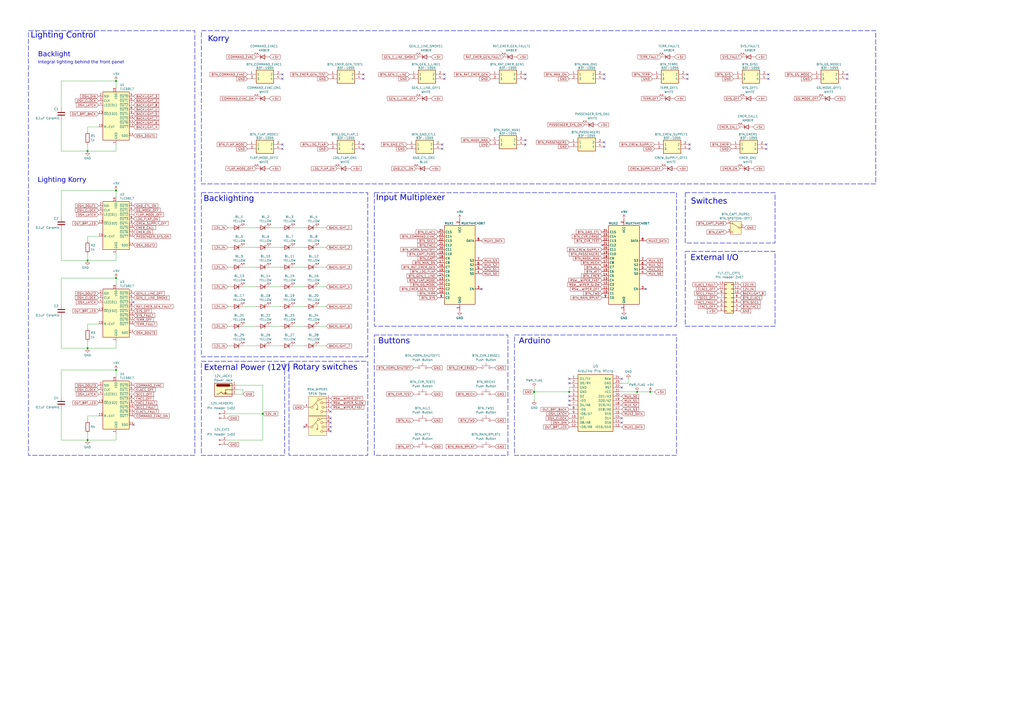
<source format=kicad_sch>
(kicad_sch (version 20231120) (generator "eeschema") (generator_version "8.0")
  (paper "A2")
  (title_block (title "EMER ELEC / EVAC Panel ") (date "2024-12-08") (rev "V1.1") (company "S.K."))
  (junction (at 67.31 46.99))
  (junction (at 369.57 227.33))
  (junction (at 50.8 255.27))
  (junction (at 330.2 227.33))
  (junction (at 309.88 227.33))
  (junction (at 50.8 201.93))
  (junction (at 67.31 161.29))
  (junction (at 67.31 110.49))
  (junction (at 50.8 87.63))
  (junction (at 152.4 240.03))
  (junction (at 377.19 227.33))
  (junction (at 67.31 214.63))
  (junction (at 50.8 151.13))
  (no_connect (at 350.52 85.09))
  (no_connect (at 210.82 86.36))
  (no_connect (at 360.68 224.79))
  (no_connect (at 257.81 45.72))
  (no_connect (at 350.52 82.55))
  (no_connect (at 176.53 247.65))
  (no_connect (at 163.83 86.36))
  (no_connect (at 191.77 238.76))
  (no_connect (at 191.77 242.57))
  (no_connect (at 304.8 83.82))
  (no_connect (at 330.2 234.95))
  (no_connect (at 360.68 242.57))
  (no_connect (at 444.5 86.36))
  (no_connect (at 257.81 43.18))
  (no_connect (at 398.78 43.18))
  (no_connect (at 279.4 167.64))
  (no_connect (at 360.68 219.71))
  (no_connect (at 256.54 83.82))
  (no_connect (at 163.83 83.82))
  (no_connect (at 444.5 83.82))
  (no_connect (at 304.8 81.28))
  (no_connect (at 77.47 175.26))
  (no_connect (at 360.68 245.11))
  (no_connect (at 491.49 45.72))
  (no_connect (at 330.2 222.25))
  (no_connect (at 163.83 43.18))
  (no_connect (at 398.78 45.72))
  (no_connect (at 210.82 43.18))
  (no_connect (at 350.52 45.72))
  (no_connect (at 349.25 142.24))
  (no_connect (at 445.77 45.72))
  (no_connect (at 330.2 219.71))
  (no_connect (at 191.77 245.11))
  (no_connect (at 256.54 86.36))
  (no_connect (at 191.77 247.65))
  (no_connect (at 374.65 167.64))
  (no_connect (at 400.05 83.82))
  (no_connect (at 330.2 232.41))
  (no_connect (at 330.2 229.87))
  (no_connect (at 191.77 250.19))
  (no_connect (at 210.82 45.72))
  (no_connect (at 163.83 45.72))
  (no_connect (at 445.77 43.18))
  (no_connect (at 210.82 83.82))
  (no_connect (at 304.8 45.72))
  (no_connect (at 400.05 86.36))
  (no_connect (at 350.52 43.18))
  (no_connect (at 304.8 43.18))
  (no_connect (at 77.47 246.38))
  (no_connect (at 491.49 43.18))
  (wire (pts (xy 50.8 198.12) (xy 50.8 201.93)))
  (wire (pts (xy 140.97 143.51) (xy 148.59 143.51)))
  (wire (pts (xy 156.21 132.08) (xy 162.56 132.08)))
  (wire (pts (xy 35.56 214.63) (xy 67.31 214.63)))
  (wire (pts (xy 184.15 166.37) (xy 189.23 166.37)))
  (wire (pts (xy 184.15 177.8) (xy 189.23 177.8)))
  (wire (pts (xy 67.31 214.63) (xy 67.31 218.44)))
  (wire (pts (xy 50.8 151.13) (xy 67.31 151.13)))
  (wire (pts (xy 50.8 187.96) (xy 50.8 190.5)))
  (wire (pts (xy 50.8 251.46) (xy 50.8 255.27)))
  (wire (pts (xy 35.56 151.13) (xy 50.8 151.13)))
  (wire (pts (xy 35.56 184.15) (xy 35.56 201.93)))
  (wire (pts (xy 133.35 166.37) (xy 132.08 166.37)))
  (wire (pts (xy 35.56 46.99) (xy 67.31 46.99)))
  (wire (pts (xy 67.31 161.29) (xy 67.31 165.1)))
  (wire (pts (xy 156.21 177.8) (xy 162.56 177.8)))
  (wire (pts (xy 35.56 87.63) (xy 50.8 87.63)))
  (wire (pts (xy 137.16 223.52) (xy 152.4 223.52)))
  (wire (pts (xy 35.56 201.93) (xy 50.8 201.93)))
  (wire (pts (xy 67.31 151.13) (xy 67.31 147.32)))
  (wire (pts (xy 57.15 241.3) (xy 50.8 241.3)))
  (wire (pts (xy 50.8 241.3) (xy 50.8 243.84)))
  (wire (pts (xy 50.8 147.32) (xy 50.8 151.13)))
  (wire (pts (xy 35.56 110.49) (xy 35.56 125.73)))
  (wire (pts (xy 137.16 228.6) (xy 140.97 228.6)))
  (wire (pts (xy 184.15 189.23) (xy 189.23 189.23)))
  (wire (pts (xy 309.88 227.33) (xy 330.2 227.33)))
  (wire (pts (xy 364.49 222.25) (xy 364.49 219.71)))
  (wire (pts (xy 309.88 224.79) (xy 309.88 227.33)))
  (wire (pts (xy 184.15 132.08) (xy 189.23 132.08)))
  (wire (pts (xy 132.08 240.03) (xy 152.4 240.03)))
  (wire (pts (xy 132.08 132.08) (xy 133.35 132.08)))
  (wire (pts (xy 35.56 237.49) (xy 35.56 255.27)))
  (wire (pts (xy 140.97 189.23) (xy 148.59 189.23)))
  (wire (pts (xy 57.15 137.16) (xy 50.8 137.16)))
  (wire (pts (xy 50.8 83.82) (xy 50.8 87.63)))
  (wire (pts (xy 140.97 226.06) (xy 140.97 228.6)))
  (wire (pts (xy 140.97 132.08) (xy 148.59 132.08)))
  (wire (pts (xy 140.97 166.37) (xy 148.59 166.37)))
  (wire (pts (xy 156.21 189.23) (xy 162.56 189.23)))
  (wire (pts (xy 152.4 223.52) (xy 152.4 240.03)))
  (wire (pts (xy 170.18 143.51) (xy 176.53 143.51)))
  (wire (pts (xy 67.31 255.27) (xy 67.31 251.46)))
  (wire (pts (xy 170.18 132.08) (xy 176.53 132.08)))
  (wire (pts (xy 67.31 201.93) (xy 67.31 198.12)))
  (wire (pts (xy 57.15 187.96) (xy 50.8 187.96)))
  (wire (pts (xy 360.68 222.25) (xy 364.49 222.25)))
  (wire (pts (xy 156.21 166.37) (xy 162.56 166.37)))
  (wire (pts (xy 35.56 133.35) (xy 35.56 151.13)))
  (wire (pts (xy 309.88 232.41) (xy 309.88 227.33)))
  (wire (pts (xy 133.35 143.51) (xy 132.08 143.51)))
  (wire (pts (xy 184.15 143.51) (xy 189.23 143.51)))
  (wire (pts (xy 50.8 73.66) (xy 50.8 76.2)))
  (wire (pts (xy 170.18 200.66) (xy 176.53 200.66)))
  (wire (pts (xy 156.21 143.51) (xy 162.56 143.51)))
  (wire (pts (xy 360.68 227.33) (xy 369.57 227.33)))
  (wire (pts (xy 67.31 110.49) (xy 67.31 114.3)))
  (wire (pts (xy 133.35 189.23) (xy 132.08 189.23)))
  (wire (pts (xy 170.18 166.37) (xy 176.53 166.37)))
  (wire (pts (xy 50.8 255.27) (xy 67.31 255.27)))
  (wire (pts (xy 184.15 200.66) (xy 189.23 200.66)))
  (wire (pts (xy 137.16 226.06) (xy 140.97 226.06)))
  (wire (pts (xy 152.4 255.27) (xy 152.4 240.03)))
  (wire (pts (xy 140.97 177.8) (xy 148.59 177.8)))
  (wire (pts (xy 50.8 137.16) (xy 50.8 139.7)))
  (wire (pts (xy 35.56 46.99) (xy 35.56 62.23)))
  (wire (pts (xy 156.21 154.94) (xy 162.56 154.94)))
  (wire (pts (xy 35.56 69.85) (xy 35.56 87.63)))
  (wire (pts (xy 369.57 227.33) (xy 377.19 227.33)))
  (wire (pts (xy 377.19 227.33) (xy 379.73 227.33)))
  (wire (pts (xy 35.56 110.49) (xy 67.31 110.49)))
  (wire (pts (xy 35.56 214.63) (xy 35.56 229.87)))
  (wire (pts (xy 170.18 154.94) (xy 176.53 154.94)))
  (wire (pts (xy 156.21 200.66) (xy 162.56 200.66)))
  (wire (pts (xy 133.35 200.66) (xy 132.08 200.66)))
  (wire (pts (xy 140.97 200.66) (xy 148.59 200.66)))
  (wire (pts (xy 170.18 177.8) (xy 176.53 177.8)))
  (wire (pts (xy 50.8 201.93) (xy 67.31 201.93)))
  (wire (pts (xy 67.31 46.99) (xy 67.31 50.8)))
  (wire (pts (xy 35.56 161.29) (xy 35.56 176.53)))
  (wire (pts (xy 132.08 255.27) (xy 152.4 255.27)))
  (wire (pts (xy 170.18 189.23) (xy 176.53 189.23)))
  (wire (pts (xy 330.2 224.79) (xy 330.2 227.33)))
  (wire (pts (xy 184.15 154.94) (xy 189.23 154.94)))
  (wire (pts (xy 67.31 87.63) (xy 67.31 83.82)))
  (wire (pts (xy 35.56 161.29) (xy 67.31 161.29)))
  (wire (pts (xy 133.35 177.8) (xy 132.08 177.8)))
  (wire (pts (xy 133.35 154.94) (xy 132.08 154.94)))
  (wire (pts (xy 140.97 154.94) (xy 148.59 154.94)))
  (wire (pts (xy 57.15 73.66) (xy 50.8 73.66)))
  (wire (pts (xy 50.8 87.63) (xy 67.31 87.63)))
  (wire (pts (xy 35.56 255.27) (xy 50.8 255.27)))
  (rectangle (start 116.84 209.55) (end 165.1 264.16) (stroke (width 0.254) (type dash)))
  (rectangle (start 16.51 17.78) (end 113.03 264.16) (stroke (width 0.254) (type dash)))
  (rectangle (start 397.51 111.76) (end 449.58 140.97) (stroke (width 0.254) (type dash)))
  (rectangle (start 217.17 194.31) (end 294.64 264.16) (stroke (width 0.254) (type dash)))
  (rectangle (start 217.17 111.76) (end 392.43 189.23) (stroke (width 0.254) (type dash)))
  (rectangle (start 116.8399 111.76) (end 213.36 207.01) (stroke (width 0.254) (type dash)))
  (rectangle (start 397.51 145.8334) (end 449.58 189.23) (stroke (width 0.254) (type dash)))
  (rectangle (start 298.45 194.31) (end 392.43 264.16) (stroke (width 0.254) (type dash)))
  (rectangle (start 116.84 17.78) (end 508 106.68) (stroke (width 0.254) (type dash)))
  (rectangle (start 167.64 209.55) (end 213.36 264.16) (stroke (width 0.254) (type dash)))
  (text "Backlighting" (at 118.11 114.3 0) (effects (font (size 3.3782 3.3782)) (justify left top)))
  (text "Arduino" (at 300.99 196.85 0) (effects (font (size 3.3782 3.3782)) (justify left top)))
  (text "Rotary switches" (at 169.926 212.09 0) (effects (font (size 3.3782 3.3782)) (justify left top)))
  (text "Switches" (at 400.812 115.824 0) (effects (font (size 3.3782 3.3782)) (justify left top)))
  (text "External I/O" (at 400.558 148.59 0) (effects (font (size 3.3782 3.3782)) (justify left top)))
  (text "Korry" (at 120.65 21.59 0) (effects (font (size 3.3782 3.3782)) (justify left top)))
  (text "Input Multiplexer" (at 218.186 113.792 0) (effects (font (size 3.3782 3.3782)) (justify left top)))
  (text "Buttons" (at 219.456 196.85 0) (effects (font (size 3.3782 3.3782)) (justify left top)))
  (text "External Power (12V)" (at 118.364 212.344 0) (effects (font (size 3.3782 3.3782)) (justify left top)))
  (text "Lighting Korry" (at 21.844 103.632 0) (effects (font (size 2.8956 2.8956)) (justify left top)))
  (text "Lighting Control" (at 17.78 19.4818 0) (effects (font (size 3.3782 3.3782)) (justify left top)))
  (text "Integral lighting behind the front panel" (at 22.098 35.6108 0) (effects (font (size 1.8288 1.8288)) (justify left top)))
  (text "Backlight" (at 22.098 30.734 0) (effects (font (size 2.8956 2.8956)) (justify left top)))
  (global_label "BTN_SEC1" (shape input) (at 254 139.7 180) (property "Intersheetrefs" "${INTERSHEET_REFS}" (effects (hide yes))))
  (global_label "GND" (shape input) (at 379.73 86.36 180) (property "Intersheetrefs" "${INTERSHEET_REFS}" (effects (hide yes))))
  (global_label "BTN_CREW_SUPPLY" (shape input) (at 349.25 144.78 180) (property "Intersheetrefs" "${INTERSHEET_REFS}" (effects (hide yes))))
  (global_label "SYS_OFF" (shape input) (at 430.53 57.15 180) (property "Intersheetrefs" "${INTERSHEET_REFS}" (effects (hide yes))))
  (global_label "BTN_HORN_SHUTOFF" (shape input) (at 254 144.78 180) (property "Intersheetrefs" "${INTERSHEET_REFS}" (effects (hide yes))))
  (global_label "BTN_HORN_SHUTOFF" (shape input) (at 240.03 213.36 180) (property "Intersheetrefs" "${INTERSHEET_REFS}" (effects (hide yes))))
  (global_label "FAC1_OFF" (shape input) (at 77.47 231.14 0) (property "Intersheetrefs" "${INTERSHEET_REFS}" (effects (hide yes))))
  (global_label "12V_IN" (shape input) (at 132.08 177.8 180) (property "Intersheetrefs" "${INTERSHEET_REFS}" (effects (hide yes))))
  (global_label "+5V" (shape input) (at 156.21 97.79 0) (property "Intersheetrefs" "${INTERSHEET_REFS}" (effects (hide yes))))
  (global_label "GND" (shape input) (at 237.49 45.72 180) (property "Intersheetrefs" "${INTERSHEET_REFS}" (effects (hide yes))))
  (global_label "MUX_S1" (shape input) (at 374.65 156.21 0) (property "Intersheetrefs" "${INTERSHEET_REFS}" (effects (hide yes))))
  (global_label "+5V" (shape input) (at 436.88 97.79 0) (property "Intersheetrefs" "${INTERSHEET_REFS}" (effects (hide yes))))
  (global_label "BTN_MECH" (shape input) (at 276.86 228.6 180) (property "Intersheetrefs" "${INTERSHEET_REFS}" (effects (hide yes))))
  (global_label "BTN_RAT_EMER_GEN" (shape input) (at 284.48 43.18 180) (property "Intersheetrefs" "${INTERSHEET_REFS}" (effects (hide yes))))
  (global_label "ELAC1_OFF" (shape input) (at 77.47 226.06 0) (property "Intersheetrefs" "${INTERSHEET_REFS}" (effects (hide yes))))
  (global_label "GND" (shape input) (at 287.02 213.36 0) (property "Intersheetrefs" "${INTERSHEET_REFS}" (effects (hide yes))))
  (global_label "MUX1_DATA" (shape input) (at 279.4 139.7 0) (property "Intersheetrefs" "${INTERSHEET_REFS}" (effects (hide yes))))
  (global_label "GND" (shape input) (at 309.88 227.33 180) (property "Intersheetrefs" "${INTERSHEET_REFS}" (effects (hide yes))))
  (global_label "OSH_CLOCK" (shape input) (at 330.2 242.57 180) (property "Intersheetrefs" "${INTERSHEET_REFS}" (effects (hide yes))))
  (global_label "LDG_FLAP_ON" (shape input) (at 77.47 127 0) (property "Intersheetrefs" "${INTERSHEET_REFS}" (effects (hide yes))))
  (global_label "+5V" (shape input) (at 416.56 180.34 180) (property "Intersheetrefs" "${INTERSHEET_REFS}" (effects (hide yes))))
  (global_label "GND" (shape input) (at 330.2 45.72 180) (property "Intersheetrefs" "${INTERSHEET_REFS}" (effects (hide yes))))
  (global_label "+5V" (shape input) (at 250.19 57.15 0) (property "Intersheetrefs" "${INTERSHEET_REFS}" (effects (hide yes))))
  (global_label "PASSENGER_SYS_ON" (shape input) (at 339.09 72.39 180) (property "Intersheetrefs" "${INTERSHEET_REFS}" (effects (hide yes))))
  (global_label "BTN_EMER_GEN_TEST" (shape input) (at 254 167.64 180) (property "Intersheetrefs" "${INTERSHEET_REFS}" (effects (hide yes))))
  (global_label "ELAC1_FAULT" (shape input) (at 77.47 238.76 0) (property "Intersheetrefs" "${INTERSHEET_REFS}" (effects (hide yes))))
  (global_label "EMER_ON" (shape input) (at 429.26 97.79 180) (property "Intersheetrefs" "${INTERSHEET_REFS}" (effects (hide yes))))
  (global_label "BACKLIGHT_8" (shape input) (at 429.26 170.18 0) (property "Intersheetrefs" "${INTERSHEET_REFS}" (effects (hide yes))))
  (global_label "MUX_S0" (shape input) (at 374.65 158.75 0) (property "Intersheetrefs" "${INTERSHEET_REFS}" (effects (hide yes))))
  (global_label "EMER_ON" (shape input) (at 77.47 134.62 0) (property "Intersheetrefs" "${INTERSHEET_REFS}" (effects (hide yes))))
  (global_label "GND" (shape input) (at 250.19 259.08 0) (property "Intersheetrefs" "${INTERSHEET_REFS}" (effects (hide yes))))
  (global_label "+5V" (shape input) (at 483.87 57.15 0) (property "Intersheetrefs" "${INTERSHEET_REFS}" (effects (hide yes))))
  (global_label "OSH_DOUT1" (shape input) (at 77.47 78.74 0) (property "Intersheetrefs" "${INTERSHEET_REFS}" (effects (hide yes))))
  (global_label "GEN_1_LINE_OFF" (shape input) (at 77.47 170.18 0) (property "Intersheetrefs" "${INTERSHEET_REFS}" (effects (hide yes))))
  (global_label "PASSENGER_SYS_ON" (shape input) (at 77.47 137.16 0) (property "Intersheetrefs" "${INTERSHEET_REFS}" (effects (hide yes))))
  (global_label "RSW__WIPER_OFF" (shape input) (at 349.25 167.64 180) (property "Intersheetrefs" "${INTERSHEET_REFS}" (effects (hide yes))))
  (global_label "OSH_DOUT1" (shape input) (at 57.15 119.38 180) (property "Intersheetrefs" "${INTERSHEET_REFS}" (effects (hide yes))))
  (global_label "GS_MODE_OFF" (shape input) (at 476.25 57.15 180) (property "Intersheetrefs" "${INTERSHEET_REFS}" (effects (hide yes))))
  (global_label "BTN_ELAC1" (shape input) (at 429.26 172.72 0) (property "Intersheetrefs" "${INTERSHEET_REFS}" (effects (hide yes))))
  (global_label "MUX_S2" (shape input) (at 360.68 234.95 0) (property "Intersheetrefs" "${INTERSHEET_REFS}" (effects (hide yes))))
  (global_label "MUX_S2" (shape input) (at 374.65 153.67 0) (property "Intersheetrefs" "${INTERSHEET_REFS}" (effects (hide yes))))
  (global_label "BTN_SYS" (shape input) (at 425.45 43.18 180) (property "Intersheetrefs" "${INTERSHEET_REFS}" (effects (hide yes))))
  (global_label "BACKLIGHT_3" (shape input) (at 77.47 55.88 0) (property "Intersheetrefs" "${INTERSHEET_REFS}" (effects (hide yes))))
  (global_label "BACKLIGHT_2" (shape input) (at 77.47 58.42 0) (property "Intersheetrefs" "${INTERSHEET_REFS}" (effects (hide yes))))
  (global_label "BTN_CREW_SUPPLY" (shape input) (at 379.73 83.82 180) (property "Intersheetrefs" "${INTERSHEET_REFS}" (effects (hide yes))))
  (global_label "COMMAND_EVAC" (shape input) (at 148.59 33.02 180) (property "Intersheetrefs" "${INTERSHEET_REFS}" (effects (hide yes))))
  (global_label "BTN_SYS" (shape input) (at 254 172.72 180) (property "Intersheetrefs" "${INTERSHEET_REFS}" (effects (hide yes))))
  (global_label "MUX2_DATA" (shape input) (at 360.68 240.03 0) (property "Intersheetrefs" "${INTERSHEET_REFS}" (effects (hide yes))))
  (global_label "BACKLIGHT_3" (shape input) (at 189.23 154.94 0) (property "Intersheetrefs" "${INTERSHEET_REFS}" (effects (hide yes))))
  (global_label "SYS_FAULT" (shape input) (at 430.53 33.02 180) (property "Intersheetrefs" "${INTERSHEET_REFS}" (effects (hide yes))))
  (global_label "TERR_FAULT" (shape input) (at 77.47 187.96 0) (property "Intersheetrefs" "${INTERSHEET_REFS}" (effects (hide yes))))
  (global_label "FLAP_MODE_OFF" (shape input) (at 77.47 124.46 0) (property "Intersheetrefs" "${INTERSHEET_REFS}" (effects (hide yes))))
  (global_label "GND" (shape input) (at 132.08 242.57 0) (property "Intersheetrefs" "${INTERSHEET_REFS}" (effects (hide yes))))
  (global_label "BACKLIGHT_1" (shape input) (at 189.23 132.08 0) (property "Intersheetrefs" "${INTERSHEET_REFS}" (effects (hide yes))))
  (global_label "+5V" (shape input) (at 156.21 33.02 0) (property "Intersheetrefs" "${INTERSHEET_REFS}" (effects (hide yes))))
  (global_label "MUX1_DATA" (shape input) (at 360.68 247.65 0) (property "Intersheetrefs" "${INTERSHEET_REFS}" (effects (hide yes))))
  (global_label "12V_IN" (shape input) (at 429.26 165.1 0) (property "Intersheetrefs" "${INTERSHEET_REFS}" (effects (hide yes))))
  (global_label "COMMAND_EVAC_ON" (shape input) (at 148.59 57.15 180) (property "Intersheetrefs" "${INTERSHEET_REFS}" (effects (hide yes))))
  (global_label "OSH_DOUT2" (shape input) (at 57.15 170.18 180) (property "Intersheetrefs" "${INTERSHEET_REFS}" (effects (hide yes))))
  (global_label "+5V" (shape input) (at 203.2 97.79 0) (property "Intersheetrefs" "${INTERSHEET_REFS}" (effects (hide yes))))
  (global_label "OUT_BRT_BACK" (shape input) (at 330.2 237.49 180) (property "Intersheetrefs" "${INTERSHEET_REFS}" (effects (hide yes))))
  (global_label "RSW__WIPER_SLOW" (shape input) (at 349.25 165.1 180) (property "Intersheetrefs" "${INTERSHEET_REFS}" (effects (hide yes))))
  (global_label "BTN_EMER" (shape input) (at 424.18 83.82 180) (property "Intersheetrefs" "${INTERSHEET_REFS}" (effects (hide yes))))
  (global_label "+5V" (shape input) (at 346.71 72.39 0) (property "Intersheetrefs" "${INTERSHEET_REFS}" (effects (hide yes))))
  (global_label "SEC1_OFF" (shape input) (at 77.47 228.6 0) (property "Intersheetrefs" "${INTERSHEET_REFS}" (effects (hide yes))))
  (global_label "OUT_BRT_LED" (shape input) (at 330.2 247.65 180) (property "Intersheetrefs" "${INTERSHEET_REFS}" (effects (hide yes))))
  (global_label "FAC1_OFF" (shape input) (at 416.56 177.8 180) (property "Intersheetrefs" "${INTERSHEET_REFS}" (effects (hide yes))))
  (global_label "GND_CTL_ON" (shape input) (at 241.3 97.79 180) (property "Intersheetrefs" "${INTERSHEET_REFS}" (effects (hide yes))))
  (global_label "RAT_EMER_GEN_FAULT" (shape input) (at 77.47 177.8 0) (property "Intersheetrefs" "${INTERSHEET_REFS}" (effects (hide yes))))
  (global_label "BTN_LDG_FLAP" (shape input) (at 254 157.48 180) (property "Intersheetrefs" "${INTERSHEET_REFS}" (effects (hide yes))))
  (global_label "BTN_CVR_ERASE" (shape input) (at 349.25 137.16 180) (property "Intersheetrefs" "${INTERSHEET_REFS}" (effects (hide yes))))
  (global_label "BTN_CAPT_PURS" (shape input) (at 421.64 129.54 180) (property "Intersheetrefs" "${INTERSHEET_REFS}" (effects (hide yes))))
  (global_label "+5V" (shape input) (at 391.16 33.02 0) (property "Intersheetrefs" "${INTERSHEET_REFS}" (effects (hide yes))))
  (global_label "GS_MODE_OFF" (shape input) (at 77.47 121.92 0) (property "Intersheetrefs" "${INTERSHEET_REFS}" (effects (hide yes))))
  (global_label "+5V" (shape input) (at 250.19 33.02 0) (property "Intersheetrefs" "${INTERSHEET_REFS}" (effects (hide yes))))
  (global_label "COMMAND_EVAC_ON" (shape input) (at 77.47 241.3 0) (property "Intersheetrefs" "${INTERSHEET_REFS}" (effects (hide yes))))
  (global_label "12V_IN" (shape input) (at 152.4 240.03 0) (property "Intersheetrefs" "${INTERSHEET_REFS}" (effects (hide yes))))
  (global_label "GND" (shape input) (at 471.17 45.72 180) (property "Intersheetrefs" "${INTERSHEET_REFS}" (effects (hide yes))))
  (global_label "TERR_FAULT" (shape input) (at 383.54 33.02 180) (property "Intersheetrefs" "${INTERSHEET_REFS}" (effects (hide yes))))
  (global_label "LDG_FLAP_ON" (shape input) (at 195.58 97.79 180) (property "Intersheetrefs" "${INTERSHEET_REFS}" (effects (hide yes))))
  (global_label "12V_IN" (shape input) (at 132.08 132.08 180) (property "Intersheetrefs" "${INTERSHEET_REFS}" (effects (hide yes))))
  (global_label "FAC1_FAULT" (shape input) (at 77.47 233.68 0) (property "Intersheetrefs" "${INTERSHEET_REFS}" (effects (hide yes))))
  (global_label "BACKLIGHT_6" (shape input) (at 189.23 189.23 0) (property "Intersheetrefs" "${INTERSHEET_REFS}" (effects (hide yes))))
  (global_label "OSH_LATCH" (shape input) (at 57.15 228.6 180) (property "Intersheetrefs" "${INTERSHEET_REFS}" (effects (hide yes))))
  (global_label "GND" (shape input) (at 176.53 236.22 180) (property "Intersheetrefs" "${INTERSHEET_REFS}" (effects (hide yes))))
  (global_label "OSH_LATCH" (shape input) (at 57.15 60.96 180) (property "Intersheetrefs" "${INTERSHEET_REFS}" (effects (hide yes))))
  (global_label "GND" (shape input) (at 425.45 45.72 180) (property "Intersheetrefs" "${INTERSHEET_REFS}" (effects (hide yes))))
  (global_label "MUX_S2" (shape input) (at 279.4 153.67 0) (property "Intersheetrefs" "${INTERSHEET_REFS}" (effects (hide yes))))
  (global_label "GND" (shape input) (at 143.51 86.36 180) (property "Intersheetrefs" "${INTERSHEET_REFS}" (effects (hide yes))))
  (global_label "OSH_LATCH" (shape input) (at 57.15 124.46 180) (property "Intersheetrefs" "${INTERSHEET_REFS}" (effects (hide yes))))
  (global_label "RSW__WIPER_FAST" (shape input) (at 349.25 162.56 180) (property "Intersheetrefs" "${INTERSHEET_REFS}" (effects (hide yes))))
  (global_label "CREW_SUPPLY_OFF" (shape input) (at 384.81 97.79 180) (property "Intersheetrefs" "${INTERSHEET_REFS}" (effects (hide yes))))
  (global_label "BTN_MECH" (shape input) (at 349.25 152.4 180) (property "Intersheetrefs" "${INTERSHEET_REFS}" (effects (hide yes))))
  (global_label "BTN_GND_CTL" (shape input) (at 236.22 83.82 180) (property "Intersheetrefs" "${INTERSHEET_REFS}" (effects (hide yes))))
  (global_label "BTN_CVR_ERASE" (shape input) (at 276.86 213.36 180) (property "Intersheetrefs" "${INTERSHEET_REFS}" (effects (hide yes))))
  (global_label "OSH_DIN" (shape input) (at 57.15 55.88 180) (property "Intersheetrefs" "${INTERSHEET_REFS}" (effects (hide yes))))
  (global_label "OSH_DOUT3" (shape input) (at 57.15 223.52 180) (property "Intersheetrefs" "${INTERSHEET_REFS}" (effects (hide yes))))
  (global_label "BTN_CAPT_PURS" (shape input) (at 254 147.32 180) (property "Intersheetrefs" "${INTERSHEET_REFS}" (effects (hide yes))))
  (global_label "BTN_ALL" (shape input) (at 349.25 154.94 180) (property "Intersheetrefs" "${INTERSHEET_REFS}" (effects (hide yes))))
  (global_label "12V_IN" (shape input) (at 132.08 154.94 180) (property "Intersheetrefs" "${INTERSHEET_REFS}" (effects (hide yes))))
  (global_label "GND" (shape input) (at 132.08 257.81 0) (property "Intersheetrefs" "${INTERSHEET_REFS}" (effects (hide yes))))
  (global_label "RSW__WIPER_FAST" (shape input) (at 191.77 236.22 0) (property "Intersheetrefs" "${INTERSHEET_REFS}" (effects (hide yes))))
  (global_label "GND" (shape input) (at 236.22 86.36 180) (property "Intersheetrefs" "${INTERSHEET_REFS}" (effects (hide yes))))
  (global_label "BTN_MAN_ON" (shape input) (at 254 152.4 180) (property "Intersheetrefs" "${INTERSHEET_REFS}" (effects (hide yes))))
  (global_label "BTN_MASK_MAN" (shape input) (at 349.25 149.86 180) (property "Intersheetrefs" "${INTERSHEET_REFS}" (effects (hide yes))))
  (global_label "+5V" (shape input) (at 379.73 227.33 0) (property "Intersheetrefs" "${INTERSHEET_REFS}" (effects (hide yes))))
  (global_label "ELAC1_FAULT" (shape input) (at 416.56 165.1 180) (property "Intersheetrefs" "${INTERSHEET_REFS}" (effects (hide yes))))
  (global_label "BTN_GND_CTL" (shape input) (at 349.25 134.62 180) (property "Intersheetrefs" "${INTERSHEET_REFS}" (effects (hide yes))))
  (global_label "GND" (shape input) (at 250.19 213.36 0) (property "Intersheetrefs" "${INTERSHEET_REFS}" (effects (hide yes))))
  (global_label "BTN_RAT_EMER_GEN" (shape input) (at 254 154.94 180) (property "Intersheetrefs" "${INTERSHEET_REFS}" (effects (hide yes))))
  (global_label "BTN_RAIN_RPLNT" (shape input) (at 349.25 172.72 180) (property "Intersheetrefs" "${INTERSHEET_REFS}" (effects (hide yes))))
  (global_label "OUT_BRT_BACK" (shape input) (at 57.15 66.04 180) (property "Intersheetrefs" "${INTERSHEET_REFS}" (effects (hide yes))))
  (global_label "+5V" (shape input) (at 436.88 73.66 0) (property "Intersheetrefs" "${INTERSHEET_REFS}" (effects (hide yes))))
  (global_label "BTN_CAPT" (shape input) (at 254 149.86 180) (property "Intersheetrefs" "${INTERSHEET_REFS}" (effects (hide yes))))
  (global_label "BTN_GS_MODE" (shape input) (at 471.17 43.18 180) (property "Intersheetrefs" "${INTERSHEET_REFS}" (effects (hide yes))))
  (global_label "OSH_CLOCK" (shape input) (at 57.15 172.72 180) (property "Intersheetrefs" "${INTERSHEET_REFS}" (effects (hide yes))))
  (global_label "GND" (shape input) (at 284.48 45.72 180) (property "Intersheetrefs" "${INTERSHEET_REFS}" (effects (hide yes))))
  (global_label "MUX_S3" (shape input) (at 279.4 151.13 0) (property "Intersheetrefs" "${INTERSHEET_REFS}" (effects (hide yes))))
  (global_label "BTN_RAIN_RPLNT" (shape input) (at 276.86 259.08 180) (property "Intersheetrefs" "${INTERSHEET_REFS}" (effects (hide yes))))
  (global_label "12V_IN" (shape input) (at 132.08 143.51 180) (property "Intersheetrefs" "${INTERSHEET_REFS}" (effects (hide yes))))
  (global_label "MUX_S0" (shape input) (at 360.68 229.87 0) (property "Intersheetrefs" "${INTERSHEET_REFS}" (effects (hide yes))))
  (global_label "ELAC1_OFF" (shape input) (at 416.56 167.64 180) (property "Intersheetrefs" "${INTERSHEET_REFS}" (effects (hide yes))))
  (global_label "OSH_LATCH" (shape input) (at 330.2 240.03 180) (property "Intersheetrefs" "${INTERSHEET_REFS}" (effects (hide yes))))
  (global_label "GND" (shape input) (at 190.5 45.72 180) (property "Intersheetrefs" "${INTERSHEET_REFS}" (effects (hide yes))))
  (global_label "12V_IN" (shape input) (at 132.08 166.37 180) (property "Intersheetrefs" "${INTERSHEET_REFS}" (effects (hide yes))))
  (global_label "GEN_1_LINE_OFF" (shape input) (at 242.57 57.15 180) (property "Intersheetrefs" "${INTERSHEET_REFS}" (effects (hide yes))))
  (global_label "BTN_EMER_GEN_TEST" (shape input) (at 190.5 43.18 180) (property "Intersheetrefs" "${INTERSHEET_REFS}" (effects (hide yes))))
  (global_label "GND" (shape input) (at 284.48 83.82 180) (property "Intersheetrefs" "${INTERSHEET_REFS}" (effects (hide yes))))
  (global_label "BTN_FAC1" (shape input) (at 254 142.24 180) (property "Intersheetrefs" "${INTERSHEET_REFS}" (effects (hide yes))))
  (global_label "GEN_1_LINE_SMOKE" (shape input) (at 242.57 33.02 180) (property "Intersheetrefs" "${INTERSHEET_REFS}" (effects (hide yes))))
  (global_label "BTN_FLAP_MODE" (shape input) (at 254 162.56 180) (property "Intersheetrefs" "${INTERSHEET_REFS}" (effects (hide yes))))
  (global_label "MUX_S0" (shape input) (at 279.4 158.75 0) (property "Intersheetrefs" "${INTERSHEET_REFS}" (effects (hide yes))))
  (global_label "TERR_OFF" (shape input) (at 383.54 57.15 180) (property "Intersheetrefs" "${INTERSHEET_REFS}" (effects (hide yes))))
  (global_label "MUX_S1" (shape input) (at 360.68 232.41 0) (property "Intersheetrefs" "${INTERSHEET_REFS}" (effects (hide yes))))
  (global_label "RSW__WIPER_OFF" (shape input) (at 191.77 231.14 0) (property "Intersheetrefs" "${INTERSHEET_REFS}" (effects (hide yes))))
  (global_label "BTN_LDG_FLAP" (shape input) (at 190.5 83.82 180) (property "Intersheetrefs" "${INTERSHEET_REFS}" (effects (hide yes))))
  (global_label "GEN_1_LINE_SMOKE" (shape input) (at 77.47 172.72 0) (property "Intersheetrefs" "${INTERSHEET_REFS}" (effects (hide yes))))
  (global_label "BTN_PASSENGER1" (shape input) (at 349.25 147.32 180) (property "Intersheetrefs" "${INTERSHEET_REFS}" (effects (hide yes))))
  (global_label "BACKLIGHT_5" (shape input) (at 77.47 66.04 0) (property "Intersheetrefs" "${INTERSHEET_REFS}" (effects (hide yes))))
  (global_label "BTN_FWD" (shape input) (at 349.25 170.18 180) (property "Intersheetrefs" "${INTERSHEET_REFS}" (effects (hide yes))))
  (global_label "OSH_DOUT3" (shape input) (at 77.47 193.04 0) (property "Intersheetrefs" "${INTERSHEET_REFS}" (effects (hide yes))))
  (global_label "+5V" (shape input) (at 299.72 33.02 0) (property "Intersheetrefs" "${INTERSHEET_REFS}" (effects (hide yes))))
  (global_label "+5V" (shape input) (at 248.92 97.79 0) (property "Intersheetrefs" "${INTERSHEET_REFS}" (effects (hide yes))))
  (global_label "BTN_MAN_ON" (shape input) (at 330.2 43.18 180) (property "Intersheetrefs" "${INTERSHEET_REFS}" (effects (hide yes))))
  (global_label "FLAP_MODE_OFF" (shape input) (at 148.59 97.79 180) (property "Intersheetrefs" "${INTERSHEET_REFS}" (effects (hide yes))))
  (global_label "BTN_CVR_TEST" (shape input) (at 240.03 228.6 180) (property "Intersheetrefs" "${INTERSHEET_REFS}" (effects (hide yes))))
  (global_label "BTN_FAC1" (shape input) (at 429.26 177.8 0) (property "Intersheetrefs" "${INTERSHEET_REFS}" (effects (hide yes))))
  (global_label "GND" (shape input) (at 424.18 86.36 180) (property "Intersheetrefs" "${INTERSHEET_REFS}" (effects (hide yes))))
  (global_label "+5V" (shape input) (at 156.21 57.15 0) (property "Intersheetrefs" "${INTERSHEET_REFS}" (effects (hide yes))))
  (global_label "MUX_S1" (shape input) (at 279.4 156.21 0) (property "Intersheetrefs" "${INTERSHEET_REFS}" (effects (hide yes))))
  (global_label "BTN_GS_MODE" (shape input) (at 254 165.1 180) (property "Intersheetrefs" "${INTERSHEET_REFS}" (effects (hide yes))))
  (global_label "BTN_TERR" (shape input) (at 254 170.18 180) (property "Intersheetrefs" "${INTERSHEET_REFS}" (effects (hide yes))))
  (global_label "SYS_OFF" (shape input) (at 77.47 180.34 0) (property "Intersheetrefs" "${INTERSHEET_REFS}" (effects (hide yes))))
  (global_label "BTN_CVR_TEST" (shape input) (at 349.25 139.7 180) (property "Intersheetrefs" "${INTERSHEET_REFS}" (effects (hide yes))))
  (global_label "GND" (shape input) (at 250.19 228.6 0) (property "Intersheetrefs" "${INTERSHEET_REFS}" (effects (hide yes))))
  (global_label "SYS_FAULT" (shape input) (at 77.47 182.88 0) (property "Intersheetrefs" "${INTERSHEET_REFS}" (effects (hide yes))))
  (global_label "+5V" (shape input) (at 438.15 33.02 0) (property "Intersheetrefs" "${INTERSHEET_REFS}" (effects (hide yes))))
  (global_label "BTN_SEC1" (shape input) (at 429.26 175.26 0) (property "Intersheetrefs" "${INTERSHEET_REFS}" (effects (hide yes))))
  (global_label "BACKLIGHT_4" (shape input) (at 77.47 73.66 0) (property "Intersheetrefs" "${INTERSHEET_REFS}" (effects (hide yes))))
  (global_label "GND_CTL_ON" (shape input) (at 77.47 119.38 0) (property "Intersheetrefs" "${INTERSHEET_REFS}" (effects (hide yes))))
  (global_label "OSH_CLOCK" (shape input) (at 57.15 58.42 180) (property "Intersheetrefs" "${INTERSHEET_REFS}" (effects (hide yes))))
  (global_label "GND" (shape input) (at 378.46 45.72 180) (property "Intersheetrefs" "${INTERSHEET_REFS}" (effects (hide yes))))
  (global_label "+5V" (shape input) (at 392.43 97.79 0) (property "Intersheetrefs" "${INTERSHEET_REFS}" (effects (hide yes))))
  (global_label "BACKLIGHT_7" (shape input) (at 77.47 68.58 0) (property "Intersheetrefs" "${INTERSHEET_REFS}" (effects (hide yes))))
  (global_label "BACKLIGHT_8" (shape input) (at 77.47 60.96 0) (property "Intersheetrefs" "${INTERSHEET_REFS}" (effects (hide yes))))
  (global_label "SEC1_OFF" (shape input) (at 416.56 172.72 180) (property "Intersheetrefs" "${INTERSHEET_REFS}" (effects (hide yes))))
  (global_label "EMER_CALL" (shape input) (at 77.47 132.08 0) (property "Intersheetrefs" "${INTERSHEET_REFS}" (effects (hide yes))))
  (global_label "GND" (shape input) (at 330.2 85.09 180) (property "Intersheetrefs" "${INTERSHEET_REFS}" (effects (hide yes))))
  (global_label "BACKLIGHT_7" (shape input) (at 189.23 200.66 0) (property "Intersheetrefs" "${INTERSHEET_REFS}" (effects (hide yes))))
  (global_label "OUT_BRT_LED" (shape input) (at 57.15 129.54 180) (property "Intersheetrefs" "${INTERSHEET_REFS}" (effects (hide yes))))
  (global_label "GND" (shape input) (at 250.19 243.84 0) (property "Intersheetrefs" "${INTERSHEET_REFS}" (effects (hide yes))))
  (global_label "12V_IN" (shape input) (at 429.26 167.64 0) (property "Intersheetrefs" "${INTERSHEET_REFS}" (effects (hide yes))))
  (global_label "GND" (shape input) (at 429.26 180.34 0) (property "Intersheetrefs" "${INTERSHEET_REFS}" (effects (hide yes))))
  (global_label "RSW__WIPER_SLOW" (shape input) (at 191.77 233.68 0) (property "Intersheetrefs" "${INTERSHEET_REFS}" (effects (hide yes))))
  (global_label "BACKLIGHT_5" (shape input) (at 189.23 177.8 0) (property "Intersheetrefs" "${INTERSHEET_REFS}" (effects (hide yes))))
  (global_label "GND" (shape input) (at 140.97 228.6 0) (property "Intersheetrefs" "${INTERSHEET_REFS}" (effects (hide yes))))
  (global_label "OUT_BRT_LED" (shape input) (at 57.15 180.34 180) (property "Intersheetrefs" "${INTERSHEET_REFS}" (effects (hide yes))))
  (global_label "SEC1_FAULT" (shape input) (at 416.56 170.18 180) (property "Intersheetrefs" "${INTERSHEET_REFS}" (effects (hide yes))))
  (global_label "GND" (shape input) (at 190.5 86.36 180) (property "Intersheetrefs" "${INTERSHEET_REFS}" (effects (hide yes))))
  (global_label "BTN_AFT" (shape input) (at 240.03 259.08 180) (property "Intersheetrefs" "${INTERSHEET_REFS}" (effects (hide yes))))
  (global_label "BTN_PASSENGER1" (shape input) (at 330.2 82.55 180) (property "Intersheetrefs" "${INTERSHEET_REFS}" (effects (hide yes))))
  (global_label "BACKLIGHT_1" (shape input) (at 77.47 63.5 0) (property "Intersheetrefs" "${INTERSHEET_REFS}" (effects (hide yes))))
  (global_label "SEC1_FAULT" (shape input) (at 77.47 236.22 0) (property "Intersheetrefs" "${INTERSHEET_REFS}" (effects (hide yes))))
  (global_label "BTN_CAPT" (shape input) (at 421.64 134.62 180) (property "Intersheetrefs" "${INTERSHEET_REFS}" (effects (hide yes))))
  (global_label "OSH_CLOCK" (shape input) (at 57.15 121.92 180) (property "Intersheetrefs" "${INTERSHEET_REFS}" (effects (hide yes))))
  (global_label "12V_IN" (shape input) (at 132.08 200.66 180) (property "Intersheetrefs" "${INTERSHEET_REFS}" (effects (hide yes))))
  (global_label "BTN_FWD" (shape input) (at 276.86 243.84 180) (property "Intersheetrefs" "${INTERSHEET_REFS}" (effects (hide yes))))
  (global_label "BTN_FLAP_MODE" (shape input) (at 143.51 83.82 180) (property "Intersheetrefs" "${INTERSHEET_REFS}" (effects (hide yes))))
  (global_label "+5V" (shape input) (at 438.15 57.15 0) (property "Intersheetrefs" "${INTERSHEET_REFS}" (effects (hide yes))))
  (global_label "GND" (shape input) (at 431.8 132.08 0) (property "Intersheetrefs" "${INTERSHEET_REFS}" (effects (hide yes))))
  (global_label "BTN_ALL" (shape input) (at 240.03 243.84 180) (property "Intersheetrefs" "${INTERSHEET_REFS}" (effects (hide yes))))
  (global_label "MUX_S3" (shape input) (at 374.65 151.13 0) (property "Intersheetrefs" "${INTERSHEET_REFS}" (effects (hide yes))))
  (global_label "COMMAND_EVAC" (shape input) (at 77.47 223.52 0) (property "Intersheetrefs" "${INTERSHEET_REFS}" (effects (hide yes))))
  (global_label "MUX2_DATA" (shape input) (at 374.65 139.7 0) (property "Intersheetrefs" "${INTERSHEET_REFS}" (effects (hide yes))))
  (global_label "BACKLIGHT_6" (shape input) (at 77.47 71.12 0) (property "Intersheetrefs" "${INTERSHEET_REFS}" (effects (hide yes))))
  (global_label "OSH_DIN" (shape input) (at 330.2 245.11 180) (property "Intersheetrefs" "${INTERSHEET_REFS}" (effects (hide yes))))
  (global_label "BTN_GEN_1_LINE" (shape input) (at 254 160.02 180) (property "Intersheetrefs" "${INTERSHEET_REFS}" (effects (hide yes))))
  (global_label "GND" (shape input) (at 287.02 259.08 0) (property "Intersheetrefs" "${INTERSHEET_REFS}" (effects (hide yes))))
  (global_label "GND" (shape input) (at 287.02 243.84 0) (property "Intersheetrefs" "${INTERSHEET_REFS}" (effects (hide yes))))
  (global_label "OSH_CLOCK" (shape input) (at 57.15 226.06 180) (property "Intersheetrefs" "${INTERSHEET_REFS}" (effects (hide yes))))
  (global_label "BTN_AFT" (shape input) (at 349.25 157.48 180) (property "Intersheetrefs" "${INTERSHEET_REFS}" (effects (hide yes))))
  (global_label "OSH_DOUT2" (shape input) (at 77.47 142.24 0) (property "Intersheetrefs" "${INTERSHEET_REFS}" (effects (hide yes))))
  (global_label "EMER_CALL" (shape input) (at 429.26 73.66 180) (property "Intersheetrefs" "${INTERSHEET_REFS}" (effects (hide yes))))
  (global_label "BTN_MASK_MAN" (shape input) (at 284.48 81.28 180) (property "Intersheetrefs" "${INTERSHEET_REFS}" (effects (hide yes))))
  (global_label "BACKLIGHT_4" (shape input) (at 189.23 166.37 0) (property "Intersheetrefs" "${INTERSHEET_REFS}" (effects (hide yes))))
  (global_label "OSH_LATCH" (shape input) (at 57.15 175.26 180) (property "Intersheetrefs" "${INTERSHEET_REFS}" (effects (hide yes))))
  (global_label "OUT_BRT_LED" (shape input) (at 57.15 233.68 180) (property "Intersheetrefs" "${INTERSHEET_REFS}" (effects (hide yes))))
  (global_label "BTN_EMER" (shape input) (at 349.25 160.02 180) (property "Intersheetrefs" "${INTERSHEET_REFS}" (effects (hide yes))))
  (global_label "BTN_COMMAND_EVAC" (shape input) (at 254 137.16 180) (property "Intersheetrefs" "${INTERSHEET_REFS}" (effects (hide yes))))
  (global_label "BTN_COMMAND_EVAC" (shape input) (at 143.51 43.18 180) (property "Intersheetrefs" "${INTERSHEET_REFS}" (effects (hide yes))))
  (global_label "CREW_SUPPLY_OFF" (shape input) (at 77.47 129.54 0) (property "Intersheetrefs" "${INTERSHEET_REFS}" (effects (hide yes))))
  (global_label "FAC1_FAULT" (shape input) (at 416.56 175.26 180) (property "Intersheetrefs" "${INTERSHEET_REFS}" (effects (hide yes))))
  (global_label "GND" (shape input) (at 287.02 228.6 0) (property "Intersheetrefs" "${INTERSHEET_REFS}" (effects (hide yes))))
  (global_label "TERR_OFF" (shape input) (at 77.47 185.42 0) (property "Intersheetrefs" "${INTERSHEET_REFS}" (effects (hide yes))))
  (global_label "+5V" (shape input) (at 391.16 57.15 0) (property "Intersheetrefs" "${INTERSHEET_REFS}" (effects (hide yes))))
  (global_label "BTN_TERR" (shape input) (at 378.46 43.18 180) (property "Intersheetrefs" "${INTERSHEET_REFS}" (effects (hide yes))))
  (global_label "BTN_ELAC1" (shape input) (at 254 134.62 180) (property "Intersheetrefs" "${INTERSHEET_REFS}" (effects (hide yes))))
  (global_label "12V_IN" (shape input) (at 132.08 189.23 180) (property "Intersheetrefs" "${INTERSHEET_REFS}" (effects (hide yes))))
  (global_label "BACKLIGHT_2" (shape input) (at 189.23 143.51 0) (property "Intersheetrefs" "${INTERSHEET_REFS}" (effects (hide yes))))
  (global_label "GND" (shape input) (at 143.51 45.72 180) (property "Intersheetrefs" "${INTERSHEET_REFS}" (effects (hide yes))))
  (global_label "BTN_GEN_1_LINE" (shape input) (at 237.49 43.18 180) (property "Intersheetrefs" "${INTERSHEET_REFS}" (effects (hide yes))))
  (global_label "MUX_S3" (shape input) (at 360.68 237.49 0) (property "Intersheetrefs" "${INTERSHEET_REFS}" (effects (hide yes))))
  (global_label "RAT_EMER_GEN_FAULT" (shape input) (at 292.1 33.02 180) (property "Intersheetrefs" "${INTERSHEET_REFS}" (effects (hide yes))))
  (symbol (lib_id "power:+5V") (at 67.31 161.29 0) (unit 1)
    (property "Reference" "#PWR07" (effects (hide yes)))
    (property "Value" "+5V" (at 67.31 157.1569 0))
    (property "Description" "Power symbol creates a global label with name \"+5V\"" (effects (hide yes)))
  )
  (symbol (lib_id "Connector:Barrel_Jack_Switch") (at 129.54 226.06 0) (unit 1)
    (property "Reference" "12V_JACK1" (at 129.54 218.1055 0))
    (property "Value" "Power Jack" (at 129.54 220.5298 0))
    (property "Footprint" "Connector_BarrelJack:BarrelJack_Horizontal" (effects (hide yes)))
    (property "Description" "DC Barrel Jack with an internal switch" (effects (hide yes)))
  )
  (symbol (lib_id "SamacSys_Parts:B3F-1055") (at 350.52 45.72 180) (unit 1)
    (property "Reference" "BTN_MAN_ON1" (at 339.852 37.338 0))
    (property "Value" "B3F-1055" (at 340.36 39.37 0))
    (property "Footprint" "SamacSys_Parts:B3F1000" (effects (hide yes)))
    (property "Datasheet" "https://omronfs.omron.com/en_US/ecb/products/pdf/en-b3f.pdf" (effects (hide yes)))
    (property "Description" "OMRON ELECTRONIC COMPONENTS - B3F-1055 - SWITCH, TACTILE, SPST-NO, 50mA, THOUGH HOLE" (effects (hide yes)))
    (property "Mouser Part Number" "653-B3F-1055" (effects (hide yes)))
    (property "Mouser Price/Stock" "https://www.mouser.co.uk/ProductDetail/Omron-Electronics/B3F-1055?qs=1tDaWCEHQQ77i2BzV2Yqkw%3D%3D" (effects (hide yes)))
    (property "Manufacturer_Name" "Omron Electronics" (effects (hide yes)))
    (property "Manufacturer_Part_Number" "B3F-1055" (effects (hide yes)))
  )
  (symbol (lib_id "power:+5V") (at 67.31 214.63 0) (unit 1)
    (property "Reference" "#PWR010" (effects (hide yes)))
    (property "Value" "+5V" (at 67.31 210.4969 0))
    (property "Description" "Power symbol creates a global label with name \"+5V\"" (effects (hide yes)))
  )
  (symbol (lib_id "Device:LED") (at 152.4 132.08 180) (unit 1)
    (property "Reference" "BL_2" (at 153.9875 125.7765 0))
    (property "Value" "YELLOW" (at 153.9875 128.2008 0))
    (property "Footprint" "LED_THT:LED_D3.0mm" (effects (hide yes)))
    (property "Description" "Light emitting diode" (effects (hide yes)))
  )
  (symbol (lib_id "Switch:SW_Push") (at 281.94 228.6 0) (unit 1)
    (property "Reference" "BTN_MECH1" (at 281.94 221.5345 0))
    (property "Value" "Push Button" (at 281.94 223.9588 0))
    (property "Footprint" "My:SW-Push" (effects (hide yes)))
    (property "Description" "Push button switch, generic, two pins" (effects (hide yes)))
  )
  (symbol (lib_id "Device:LED") (at 433.07 97.79 0) (mirror x) (unit 1)
    (property "Reference" "EMER_ON1" (at 433.832 91.5557 0))
    (property "Value" "WHITE" (at 433.832 93.98 0))
    (property "Footprint" "LED_THT:LED_D3.0mm" (effects (hide yes)))
    (property "Description" "Light emitting diode" (effects (hide yes)))
  )
  (symbol (lib_id "Connector:Conn_01x02_Pin") (at 127 242.57 0) (mirror x) (unit 1)
    (property "Reference" "12V_HEADER1" (at 128.778 233.934 0))
    (property "Value" "Pin Header 1x02" (at 128.27 236.728 0))
    (property "Footprint" "Connector_JST:JST_EH_B2B-EH-A_1x02_P2.50mm_Vertical" (effects (hide yes)))
    (property "Description" "Generic connector, single row, 01x02, script generated" (effects (hide yes)))
  )
  (symbol (lib_id "Device:LED") (at 245.11 97.79 0) (mirror x) (unit 1)
    (property "Reference" "GND_CTL_ON1" (at 245.872 91.5557 0))
    (property "Value" "BLUE" (at 245.872 93.98 0))
    (property "Footprint" "LED_THT:LED_D3.0mm" (effects (hide yes)))
    (property "Description" "Light emitting diode" (effects (hide yes)))
  )
  (symbol (lib_id "Device:LED") (at 166.37 177.8 180) (unit 1)
    (property "Reference" "BL_19" (at 167.9575 171.4965 0))
    (property "Value" "YELLOW" (at 167.9575 173.9208 0))
    (property "Footprint" "LED_THT:LED_D3.0mm" (effects (hide yes)))
    (property "Description" "Light emitting diode" (effects (hide yes)))
  )
  (symbol (lib_id "SamacSys_Parts:B3F-1055") (at 304.8 45.72 180) (unit 1)
    (property "Reference" "BTN_RAT_EMER_GEN1" (at 294.132 37.338 0))
    (property "Value" "B3F-1055" (at 294.64 39.37 0))
    (property "Footprint" "SamacSys_Parts:B3F1000" (effects (hide yes)))
    (property "Datasheet" "https://omronfs.omron.com/en_US/ecb/products/pdf/en-b3f.pdf" (effects (hide yes)))
    (property "Description" "OMRON ELECTRONIC COMPONENTS - B3F-1055 - SWITCH, TACTILE, SPST-NO, 50mA, THOUGH HOLE" (effects (hide yes)))
    (property "Mouser Part Number" "653-B3F-1055" (effects (hide yes)))
    (property "Mouser Price/Stock" "https://www.mouser.co.uk/ProductDetail/Omron-Electronics/B3F-1055?qs=1tDaWCEHQQ77i2BzV2Yqkw%3D%3D" (effects (hide yes)))
    (property "Manufacturer_Name" "Omron Electronics" (effects (hide yes)))
    (property "Manufacturer_Part_Number" "B3F-1055" (effects (hide yes)))
  )
  (symbol (lib_id "Device:LED") (at 166.37 200.66 180) (unit 1)
    (property "Reference" "BL_27" (at 167.9575 194.3565 0))
    (property "Value" "YELLOW" (at 167.9575 196.7808 0))
    (property "Footprint" "LED_THT:LED_D3.0mm" (effects (hide yes)))
    (property "Description" "Light emitting diode" (effects (hide yes)))
  )
  (symbol (lib_id "Device:R") (at 50.8 194.31 0) (unit 1)
    (property "Reference" "R3" (at 52.578 193.0978 0) (effects (justify left)))
    (property "Value" "1k" (at 52.578 195.5221 0) (effects (justify left)))
    (property "Footprint" "Resistor_THT:R_Axial_DIN0204_L3.6mm_D1.6mm_P7.62mm_Horizontal" (effects (hide yes)))
    (property "Description" "Resistor" (effects (hide yes)))
  )
  (symbol (lib_id "Arduino:Sparkfun_Pro_Micro") (at 345.44 234.95 0) (unit 1)
    (property "Reference" "U5" (at 345.44 212.4126 0) (effects (font (size 1.524 1.524))))
    (property "Value" "Arduino Pro Micro" (at 345.44 215.2455 0) (effects (font (size 1.524 1.524))))
    (property "Footprint" "Arduino:Sparkfun_Pro_Micro" (effects (hide yes)))
    (property "Datasheet" "https://www.sparkfun.com/products/12640" (effects (hide yes)))
    (property "Description" "Sparkfun Pro Micro" (effects (hide yes)))
  )
  (symbol (lib_id "Device:LED") (at 180.34 143.51 180) (unit 1)
    (property "Reference" "BL_8" (at 181.9275 137.2065 0))
    (property "Value" "YELLOW" (at 181.9275 139.6308 0))
    (property "Footprint" "LED_THT:LED_D3.0mm" (effects (hide yes)))
    (property "Description" "Light emitting diode" (effects (hide yes)))
  )
  (symbol (lib_id "power:GND") (at 309.88 232.41 0) (mirror y) (unit 1)
    (property "Reference" "#PWR041" (effects (hide yes)))
    (property "Value" "GND" (at 309.88 236.5431 0))
    (property "Description" "Power symbol creates a global label with name \"GND\" , ground" (effects (hide yes)))
  )
  (symbol (lib_id "Device:LED") (at 433.07 73.66 0) (mirror x) (unit 1)
    (property "Reference" "EMER_CALL1" (at 433.832 67.4257 0))
    (property "Value" "AMBER" (at 433.832 69.85 0))
    (property "Footprint" "LED_THT:LED_D3.0mm" (effects (hide yes)))
    (property "Description" "Light emitting diode" (effects (hide yes)))
  )
  (symbol (lib_id "Switch:SW_Push") (at 281.94 213.36 0) (unit 1)
    (property "Reference" "BTN_CVR_ERASE1" (at 281.94 206.2945 0))
    (property "Value" "Push Button" (at 281.94 208.7188 0))
    (property "Footprint" "My:SW-Push" (effects (hide yes)))
    (property "Description" "Push button switch, generic, two pins" (effects (hide yes)))
  )
  (symbol (lib_id "power:GND") (at 361.95 180.34 0) (unit 1)
    (property "Reference" "#PWR02" (effects (hide yes)))
    (property "Value" "GND" (at 361.95 184.4731 0))
    (property "Description" "Power symbol creates a global label with name \"GND\" , ground" (effects (hide yes)))
  )
  (symbol (lib_id "SamacSys_Parts:B3F-1055") (at 398.78 45.72 180) (unit 1)
    (property "Reference" "BTN_TERR1" (at 388.112 37.338 0))
    (property "Value" "B3F-1055" (at 388.62 39.37 0))
    (property "Footprint" "SamacSys_Parts:B3F1000" (effects (hide yes)))
    (property "Datasheet" "https://omronfs.omron.com/en_US/ecb/products/pdf/en-b3f.pdf" (effects (hide yes)))
    (property "Description" "OMRON ELECTRONIC COMPONENTS - B3F-1055 - SWITCH, TACTILE, SPST-NO, 50mA, THOUGH HOLE" (effects (hide yes)))
    (property "Mouser Part Number" "653-B3F-1055" (effects (hide yes)))
    (property "Mouser Price/Stock" "https://www.mouser.co.uk/ProductDetail/Omron-Electronics/B3F-1055?qs=1tDaWCEHQQ77i2BzV2Yqkw%3D%3D" (effects (hide yes)))
    (property "Manufacturer_Name" "Omron Electronics" (effects (hide yes)))
    (property "Manufacturer_Part_Number" "B3F-1055" (effects (hide yes)))
  )
  (symbol (lib_id "SamacSys_Parts:B3F-1055") (at 491.49 45.72 180) (unit 1)
    (property "Reference" "BTN_GS_MODE1" (at 480.822 37.338 0))
    (property "Value" "B3F-1055" (at 481.33 39.37 0))
    (property "Footprint" "SamacSys_Parts:B3F1000" (effects (hide yes)))
    (property "Datasheet" "https://omronfs.omron.com/en_US/ecb/products/pdf/en-b3f.pdf" (effects (hide yes)))
    (property "Description" "OMRON ELECTRONIC COMPONENTS - B3F-1055 - SWITCH, TACTILE, SPST-NO, 50mA, THOUGH HOLE" (effects (hide yes)))
    (property "Mouser Part Number" "653-B3F-1055" (effects (hide yes)))
    (property "Mouser Price/Stock" "https://www.mouser.co.uk/ProductDetail/Omron-Electronics/B3F-1055?qs=1tDaWCEHQQ77i2BzV2Yqkw%3D%3D" (effects (hide yes)))
    (property "Manufacturer_Name" "Omron Electronics" (effects (hide yes)))
    (property "Manufacturer_Part_Number" "B3F-1055" (effects (hide yes)))
  )
  (symbol (lib_id "SamacSys_Parts:B3F-1055") (at 210.82 45.72 180) (unit 1)
    (property "Reference" "BTN_EMER_GEN_TEST1" (at 200.152 37.338 0))
    (property "Value" "B3F-1055" (at 200.66 39.37 0))
    (property "Footprint" "SamacSys_Parts:B3F1000" (effects (hide yes)))
    (property "Datasheet" "https://omronfs.omron.com/en_US/ecb/products/pdf/en-b3f.pdf" (effects (hide yes)))
    (property "Description" "OMRON ELECTRONIC COMPONENTS - B3F-1055 - SWITCH, TACTILE, SPST-NO, 50mA, THOUGH HOLE" (effects (hide yes)))
    (property "Mouser Part Number" "653-B3F-1055" (effects (hide yes)))
    (property "Mouser Price/Stock" "https://www.mouser.co.uk/ProductDetail/Omron-Electronics/B3F-1055?qs=1tDaWCEHQQ77i2BzV2Yqkw%3D%3D" (effects (hide yes)))
    (property "Manufacturer_Name" "Omron Electronics" (effects (hide yes)))
    (property "Manufacturer_Part_Number" "B3F-1055" (effects (hide yes)))
  )
  (symbol (lib_id "SamacSys_Parts:B3F-1055") (at 350.52 85.09 180) (unit 1)
    (property "Reference" "BTN_PASSENGER1" (at 339.852 76.708 0))
    (property "Value" "B3F-1055" (at 340.36 78.74 0))
    (property "Footprint" "SamacSys_Parts:B3F1000" (effects (hide yes)))
    (property "Datasheet" "https://omronfs.omron.com/en_US/ecb/products/pdf/en-b3f.pdf" (effects (hide yes)))
    (property "Description" "OMRON ELECTRONIC COMPONENTS - B3F-1055 - SWITCH, TACTILE, SPST-NO, 50mA, THOUGH HOLE" (effects (hide yes)))
    (property "Mouser Part Number" "653-B3F-1055" (effects (hide yes)))
    (property "Mouser Price/Stock" "https://www.mouser.co.uk/ProductDetail/Omron-Electronics/B3F-1055?qs=1tDaWCEHQQ77i2BzV2Yqkw%3D%3D" (effects (hide yes)))
    (property "Manufacturer_Name" "Omron Electronics" (effects (hide yes)))
    (property "Manufacturer_Part_Number" "B3F-1055" (effects (hide yes)))
  )
  (symbol (lib_id "power:+5V") (at 67.31 110.49 0) (unit 1)
    (property "Reference" "#PWR06" (effects (hide yes)))
    (property "Value" "+5V" (at 67.31 106.3569 0))
    (property "Description" "Power symbol creates a global label with name \"+5V\"" (effects (hide yes)))
  )
  (symbol (lib_id "MyLibrary:MUX74HC4067") (at 266.7 152.4 0) (unit 1)
    (property "Reference" "MUX1" (at 257.81 129.54 0) (effects (justify left)))
    (property "Value" "MUX74HC4067" (at 267.462 129.54 0) (effects (justify left)))
    (property "Footprint" "My:MUX74HC4067" (effects (hide yes)))
  )
  (symbol (lib_id "Driver_LED:TLC5917") (at 67.31 66.04 0) (unit 1)
    (property "Reference" "U1" (at 69.5041 49.1955 0) (effects (justify left)))
    (property "Value" "TLC5917" (at 69.5041 51.6198 0) (effects (justify left)))
    (property "Footprint" "Package_DIP:DIP-16_W7.62mm" (effects (hide yes)))
    (property "Datasheet" "https://www.ti.com/lit/ds/symlink/tlc5917.pdf" (effects (hide yes)))
    (property "Description" "8-Channel Constant-Current LED Sink Driver, Short to VLED detection" (effects (hide yes)))
  )
  (symbol (lib_id "SamacSys_Parts:B3F-1055") (at 210.82 86.36 180) (unit 1)
    (property "Reference" "BTN_LDG_FLAP_1" (at 200.152 77.978 0))
    (property "Value" "B3F-1055" (at 200.66 80.01 0))
    (property "Footprint" "SamacSys_Parts:B3F1000" (effects (hide yes)))
    (property "Datasheet" "https://omronfs.omron.com/en_US/ecb/products/pdf/en-b3f.pdf" (effects (hide yes)))
    (property "Description" "OMRON ELECTRONIC COMPONENTS - B3F-1055 - SWITCH, TACTILE, SPST-NO, 50mA, THOUGH HOLE" (effects (hide yes)))
    (property "Mouser Part Number" "653-B3F-1055" (effects (hide yes)))
    (property "Mouser Price/Stock" "https://www.mouser.co.uk/ProductDetail/Omron-Electronics/B3F-1055?qs=1tDaWCEHQQ77i2BzV2Yqkw%3D%3D" (effects (hide yes)))
    (property "Manufacturer_Name" "Omron Electronics" (effects (hide yes)))
    (property "Manufacturer_Part_Number" "B3F-1055" (effects (hide yes)))
  )
  (symbol (lib_id "power:GND") (at 50.8 255.27 0) (unit 1)
    (property "Reference" "#PWR011" (effects (hide yes)))
    (property "Value" "GND" (at 50.8 259.4031 0))
    (property "Description" "Power symbol creates a global label with name \"GND\" , ground" (effects (hide yes)))
  )
  (symbol (lib_id "Switch:SW_Push") (at 245.11 228.6 0) (unit 1)
    (property "Reference" "BTN_CVR_TEST1" (at 245.11 221.5345 0))
    (property "Value" "Push Button" (at 245.11 223.9588 0))
    (property "Footprint" "My:SW-Push" (effects (hide yes)))
    (property "Description" "Push button switch, generic, two pins" (effects (hide yes)))
  )
  (symbol (lib_id "Device:LED") (at 152.4 200.66 180) (unit 1)
    (property "Reference" "BL_26" (at 153.9875 194.3565 0))
    (property "Value" "YELLOW" (at 153.9875 196.7808 0))
    (property "Footprint" "LED_THT:LED_D3.0mm" (effects (hide yes)))
    (property "Description" "Light emitting diode" (effects (hide yes)))
  )
  (symbol (lib_id "power:GND") (at 50.8 151.13 0) (unit 1)
    (property "Reference" "#PWR03" (effects (hide yes)))
    (property "Value" "GND" (at 49.53 155.2631 0))
    (property "Description" "Power symbol creates a global label with name \"GND\" , ground" (effects (hide yes)))
  )
  (symbol (lib_id "Device:LED") (at 480.06 57.15 0) (mirror x) (unit 1)
    (property "Reference" "GS_MODE_OFF1" (at 480.822 50.9157 0))
    (property "Value" "WHITE" (at 480.822 53.34 0))
    (property "Footprint" "LED_THT:LED_D3.0mm" (effects (hide yes)))
    (property "Description" "Light emitting diode" (effects (hide yes)))
  )
  (symbol (lib_id "Device:LED") (at 166.37 143.51 180) (unit 1)
    (property "Reference" "BL_7" (at 167.9575 137.2065 0))
    (property "Value" "YELLOW" (at 167.9575 139.6308 0))
    (property "Footprint" "LED_THT:LED_D3.0mm" (effects (hide yes)))
    (property "Description" "Light emitting diode" (effects (hide yes)))
  )
  (symbol (lib_id "Device:C") (at 35.56 233.68 0) (unit 1)
    (property "Reference" "C4" (at 31.242 230.886 0) (effects (justify left)))
    (property "Value" "0.1uF Ceramic" (at 20.574 236.22 0) (effects (justify left)))
    (property "Footprint" "Capacitor_THT:C_Disc_D3.0mm_W1.6mm_P2.50mm" (effects (hide yes)))
    (property "Description" "Unpolarized capacitor" (effects (hide yes)))
  )
  (symbol (lib_id "Device:LED") (at 137.16 166.37 180) (unit 1)
    (property "Reference" "BL_13" (at 138.7475 160.0665 0))
    (property "Value" "YELLOW" (at 138.7475 162.4908 0))
    (property "Footprint" "LED_THT:LED_D3.0mm" (effects (hide yes)))
    (property "Description" "Light emitting diode" (effects (hide yes)))
  )
  (symbol (lib_id "Device:LED") (at 166.37 132.08 180) (unit 1)
    (property "Reference" "BL_3" (at 167.9575 125.7765 0))
    (property "Value" "YELLOW" (at 167.9575 128.2008 0))
    (property "Footprint" "LED_THT:LED_D3.0mm" (effects (hide yes)))
    (property "Description" "Light emitting diode" (effects (hide yes)))
  )
  (symbol (lib_id "Device:LED") (at 137.16 177.8 180) (unit 1)
    (property "Reference" "BL_17" (at 138.7475 171.4965 0))
    (property "Value" "YELLOW" (at 138.7475 173.9208 0))
    (property "Footprint" "LED_THT:LED_D3.0mm" (effects (hide yes)))
    (property "Description" "Light emitting diode" (effects (hide yes)))
  )
  (symbol (lib_id "MyLibrary:MUX74HC4067") (at 361.95 152.4 0) (unit 1)
    (property "Reference" "MUX2" (at 353.06 129.54 0) (effects (justify left)))
    (property "Value" "MUX74HC4067" (at 362.712 129.54 0) (effects (justify left)))
    (property "Footprint" "My:MUX74HC4067" (effects (hide yes)))
  )
  (symbol (lib_id "Device:C") (at 35.56 129.54 0) (unit 1)
    (property "Reference" "C2" (at 31.242 126.746 0) (effects (justify left)))
    (property "Value" "0.1uF Ceramic" (at 20.574 132.08 0) (effects (justify left)))
    (property "Footprint" "Capacitor_THT:C_Disc_D3.0mm_W1.6mm_P2.50mm" (effects (hide yes)))
    (property "Description" "Unpolarized capacitor" (effects (hide yes)))
  )
  (symbol (lib_id "Device:R") (at 50.8 80.01 0) (unit 1)
    (property "Reference" "R1" (at 52.578 78.7978 0) (effects (justify left)))
    (property "Value" "1k" (at 52.578 81.2221 0) (effects (justify left)))
    (property "Footprint" "Resistor_THT:R_Axial_DIN0204_L3.6mm_D1.6mm_P7.62mm_Horizontal" (effects (hide yes)))
    (property "Description" "Resistor" (effects (hide yes)))
  )
  (symbol (lib_id "Device:LED") (at 246.38 57.15 0) (mirror x) (unit 1)
    (property "Reference" "GEN_1_LINE_OFF1" (at 247.142 50.9157 0))
    (property "Value" "WHITE" (at 247.142 53.34 0))
    (property "Footprint" "LED_THT:LED_D3.0mm" (effects (hide yes)))
    (property "Description" "Light emitting diode" (effects (hide yes)))
  )
  (symbol (lib_id "Device:LED") (at 434.34 33.02 0) (mirror x) (unit 1)
    (property "Reference" "SYS_FAULT1" (at 435.102 26.7857 0))
    (property "Value" "AMBER" (at 435.102 29.21 0))
    (property "Footprint" "LED_THT:LED_D3.0mm" (effects (hide yes)))
    (property "Description" "Light emitting diode" (effects (hide yes)))
  )
  (symbol (lib_id "SamacSys_Parts:B3F-1055") (at 257.81 45.72 180) (unit 1)
    (property "Reference" "BTN_GEN_1_LINE1" (at 247.142 37.338 0))
    (property "Value" "B3F-1055" (at 247.65 39.37 0))
    (property "Footprint" "SamacSys_Parts:B3F1000" (effects (hide yes)))
    (property "Datasheet" "https://omronfs.omron.com/en_US/ecb/products/pdf/en-b3f.pdf" (effects (hide yes)))
    (property "Description" "OMRON ELECTRONIC COMPONENTS - B3F-1055 - SWITCH, TACTILE, SPST-NO, 50mA, THOUGH HOLE" (effects (hide yes)))
    (property "Mouser Part Number" "653-B3F-1055" (effects (hide yes)))
    (property "Mouser Price/Stock" "https://www.mouser.co.uk/ProductDetail/Omron-Electronics/B3F-1055?qs=1tDaWCEHQQ77i2BzV2Yqkw%3D%3D" (effects (hide yes)))
    (property "Manufacturer_Name" "Omron Electronics" (effects (hide yes)))
    (property "Manufacturer_Part_Number" "B3F-1055" (effects (hide yes)))
  )
  (symbol (lib_id "Device:LED") (at 152.4 166.37 180) (unit 1)
    (property "Reference" "BL_14" (at 153.9875 160.0665 0))
    (property "Value" "YELLOW" (at 153.9875 162.4908 0))
    (property "Footprint" "LED_THT:LED_D3.0mm" (effects (hide yes)))
    (property "Description" "Light emitting diode" (effects (hide yes)))
  )
  (symbol (lib_id "SamacSys_Parts:B3F-1055") (at 163.83 45.72 180) (unit 1)
    (property "Reference" "BTN_COMMAND_EVAC1" (at 153.162 37.338 0))
    (property "Value" "B3F-1055" (at 153.67 39.37 0))
    (property "Footprint" "SamacSys_Parts:B3F1000" (effects (hide yes)))
    (property "Datasheet" "https://omronfs.omron.com/en_US/ecb/products/pdf/en-b3f.pdf" (effects (hide yes)))
    (property "Description" "OMRON ELECTRONIC COMPONENTS - B3F-1055 - SWITCH, TACTILE, SPST-NO, 50mA, THOUGH HOLE" (effects (hide yes)))
    (property "Mouser Part Number" "653-B3F-1055" (effects (hide yes)))
    (property "Mouser Price/Stock" "https://www.mouser.co.uk/ProductDetail/Omron-Electronics/B3F-1055?qs=1tDaWCEHQQ77i2BzV2Yqkw%3D%3D" (effects (hide yes)))
    (property "Manufacturer_Name" "Omron Electronics" (effects (hide yes)))
    (property "Manufacturer_Part_Number" "B3F-1055" (effects (hide yes)))
  )
  (symbol (lib_id "power:GND") (at 50.8 201.93 0) (unit 1)
    (property "Reference" "#PWR04" (effects (hide yes)))
    (property "Value" "GND" (at 50.8 206.0631 0))
    (property "Description" "Power symbol creates a global label with name \"GND\" , ground" (effects (hide yes)))
  )
  (symbol (lib_id "power:GND") (at 266.7 180.34 0) (unit 1)
    (property "Reference" "#PWR050" (effects (hide yes)))
    (property "Value" "GND" (at 266.7 184.4731 0))
    (property "Description" "Power symbol creates a global label with name \"GND\" , ground" (effects (hide yes)))
  )
  (symbol (lib_id "Switch:SW_SPDT") (at 426.72 132.08 0) (mirror y) (unit 1)
    (property "Reference" "BTN_CAPT_PURS1" (at 426.72 124.2525 0))
    (property "Value" "BTN_SPDT[ON-OFF]" (at 426.72 126.6768 0))
    (property "Footprint" "SimPanel:T80-Z1" (effects (hide yes)))
    (property "Description" "Switch, single pole double throw" (effects (hide yes)))
  )
  (symbol (lib_id "power:GND") (at 364.49 219.71 0) (mirror x) (unit 1)
    (property "Reference" "#PWR047" (effects (hide yes)))
    (property "Value" "GND" (at 364.49 215.5769 0))
    (property "Description" "Power symbol creates a global label with name \"GND\" , ground" (effects (hide yes)))
  )
  (symbol (lib_id "power:+5V") (at 266.7 127 0) (unit 1)
    (property "Reference" "#PWR046" (effects (hide yes)))
    (property "Value" "+5V" (at 266.7 122.8669 0))
    (property "Description" "Power symbol creates a global label with name \"+5V\"" (effects (hide yes)))
  )
  (symbol (lib_id "Driver_LED:TLC5917") (at 67.31 180.34 0) (unit 1)
    (property "Reference" "U3" (at 69.5041 163.4955 0) (effects (justify left)))
    (property "Value" "TLC5917" (at 69.5041 165.9198 0) (effects (justify left)))
    (property "Footprint" "Package_DIP:DIP-16_W7.62mm" (effects (hide yes)))
    (property "Datasheet" "https://www.ti.com/lit/ds/symlink/tlc5917.pdf" (effects (hide yes)))
    (property "Description" "8-Channel Constant-Current LED Sink Driver, Short to VLED detection" (effects (hide yes)))
  )
  (symbol (lib_id "Connector:Conn_01x02_Pin") (at 127 257.81 0) (mirror x) (unit 1)
    (property "Reference" "12V_EXT1" (at 128.778 249.174 0))
    (property "Value" "Pin Header 1x02" (at 128.27 251.968 0))
    (property "Footprint" "Connector_JST:JST_EH_B2B-EH-A_1x02_P2.50mm_Vertical" (effects (hide yes)))
    (property "Description" "Generic connector, single row, 01x02, script generated" (effects (hide yes)))
  )
  (symbol (lib_id "power:GND") (at 50.8 87.63 0) (unit 1)
    (property "Reference" "#PWR05" (effects (hide yes)))
    (property "Value" "GND" (at 50.8 91.7631 0))
    (property "Description" "Power symbol creates a global label with name \"GND\" , ground" (effects (hide yes)))
  )
  (symbol (lib_id "SamacSys_Parts:B3F-1055") (at 163.83 86.36 180) (unit 1)
    (property "Reference" "BTN_FLAP_MODE1" (at 153.162 77.978 0))
    (property "Value" "B3F-1055" (at 153.67 80.01 0))
    (property "Footprint" "SamacSys_Parts:B3F1000" (effects (hide yes)))
    (property "Datasheet" "https://omronfs.omron.com/en_US/ecb/products/pdf/en-b3f.pdf" (effects (hide yes)))
    (property "Description" "OMRON ELECTRONIC COMPONENTS - B3F-1055 - SWITCH, TACTILE, SPST-NO, 50mA, THOUGH HOLE" (effects (hide yes)))
    (property "Mouser Part Number" "653-B3F-1055" (effects (hide yes)))
    (property "Mouser Price/Stock" "https://www.mouser.co.uk/ProductDetail/Omron-Electronics/B3F-1055?qs=1tDaWCEHQQ77i2BzV2Yqkw%3D%3D" (effects (hide yes)))
    (property "Manufacturer_Name" "Omron Electronics" (effects (hide yes)))
    (property "Manufacturer_Part_Number" "B3F-1055" (effects (hide yes)))
  )
  (symbol (lib_id "power:PWR_FLAG") (at 369.57 227.33 0) (unit 1)
    (property "Reference" "#FLG02" (effects (hide yes)))
    (property "Value" "PWR_FLAG" (at 369.57 223.1969 0))
    (property "Description" "Special symbol for telling ERC where power comes from" (effects (hide yes)))
  )
  (symbol (lib_id "Device:LED") (at 387.35 57.15 0) (mirror x) (unit 1)
    (property "Reference" "TERR_OFF1" (at 388.112 50.9157 0))
    (property "Value" "WHITE" (at 388.112 53.34 0))
    (property "Footprint" "LED_THT:LED_D3.0mm" (effects (hide yes)))
    (property "Description" "Light emitting diode" (effects (hide yes)))
  )
  (symbol (lib_id "Device:LED") (at 152.4 97.79 0) (mirror x) (unit 1)
    (property "Reference" "FLAP_MODE_OFF1" (at 153.162 91.5557 0))
    (property "Value" "WHITE" (at 153.162 93.98 0))
    (property "Footprint" "LED_THT:LED_D3.0mm" (effects (hide yes)))
    (property "Description" "Light emitting diode" (effects (hide yes)))
  )
  (symbol (lib_id "power:+5V") (at 377.19 227.33 0) (unit 1)
    (property "Reference" "#PWR048" (effects (hide yes)))
    (property "Value" "+5V" (at 377.19 223.1969 0))
    (property "Description" "Power symbol creates a global label with name \"+5V\"" (effects (hide yes)))
  )
  (symbol (lib_id "Device:LED") (at 137.16 200.66 180) (unit 1)
    (property "Reference" "BL_25" (at 138.7475 194.3565 0))
    (property "Value" "YELLOW" (at 138.7475 196.7808 0))
    (property "Footprint" "LED_THT:LED_D3.0mm" (effects (hide yes)))
    (property "Description" "Light emitting diode" (effects (hide yes)))
  )
  (symbol (lib_id "Device:LED") (at 180.34 177.8 180) (unit 1)
    (property "Reference" "BL_20" (at 181.9275 171.4965 0))
    (property "Value" "YELLOW" (at 181.9275 173.9208 0))
    (property "Footprint" "LED_THT:LED_D3.0mm" (effects (hide yes)))
    (property "Description" "Light emitting diode" (effects (hide yes)))
  )
  (symbol (lib_id "Device:LED") (at 137.16 189.23 180) (unit 1)
    (property "Reference" "BL_21" (at 138.7475 182.9265 0))
    (property "Value" "YELLOW" (at 138.7475 185.3508 0))
    (property "Footprint" "LED_THT:LED_D3.0mm" (effects (hide yes)))
    (property "Description" "Light emitting diode" (effects (hide yes)))
  )
  (symbol (lib_id "power:PWR_FLAG") (at 309.88 224.79 0) (unit 1)
    (property "Reference" "#FLG01" (effects (hide yes)))
    (property "Value" "PWR_FLAG" (at 309.88 220.6569 0))
    (property "Description" "Special symbol for telling ERC where power comes from" (effects (hide yes)))
  )
  (symbol (lib_id "Device:LED") (at 137.16 132.08 180) (unit 1)
    (property "Reference" "BL_1" (at 138.7475 125.7765 0))
    (property "Value" "YELLOW" (at 138.7475 128.2008 0))
    (property "Footprint" "LED_THT:LED_D3.0mm" (effects (hide yes)))
    (property "Description" "Light emitting diode" (effects (hide yes)))
  )
  (symbol (lib_id "Device:LED") (at 180.34 154.94 180) (unit 1)
    (property "Reference" "BL_12" (at 181.9275 148.6365 0))
    (property "Value" "YELLOW" (at 181.9275 151.0608 0))
    (property "Footprint" "LED_THT:LED_D3.0mm" (effects (hide yes)))
    (property "Description" "Light emitting diode" (effects (hide yes)))
  )
  (symbol (lib_id "Device:LED") (at 295.91 33.02 0) (mirror x) (unit 1)
    (property "Reference" "RAT_EMER_GEN_FAULT1" (at 296.672 26.7857 0))
    (property "Value" "AMBER" (at 296.672 29.21 0))
    (property "Footprint" "LED_THT:LED_D3.0mm" (effects (hide yes)))
    (property "Description" "Light emitting diode" (effects (hide yes)))
  )
  (symbol (lib_id "Device:LED") (at 152.4 33.02 0) (mirror x) (unit 1)
    (property "Reference" "COMMAND_EVAC1" (at 153.162 26.7857 0))
    (property "Value" "AMBER" (at 153.162 29.21 0))
    (property "Footprint" "LED_THT:LED_D3.0mm" (effects (hide yes)))
    (property "Description" "Light emitting diode" (effects (hide yes)))
  )
  (symbol (lib_id "Device:LED") (at 388.62 97.79 0) (mirror x) (unit 1)
    (property "Reference" "CREW_SUPPLY_OFF1" (at 389.382 91.5557 0))
    (property "Value" "WHITE" (at 389.382 93.98 0))
    (property "Footprint" "LED_THT:LED_D3.0mm" (effects (hide yes)))
    (property "Description" "Light emitting diode" (effects (hide yes)))
  )
  (symbol (lib_id "Device:R") (at 50.8 247.65 0) (unit 1)
    (property "Reference" "R4" (at 52.578 247.65 0) (effects (justify left)))
    (property "Value" "1k" (effects (hide yes)))
    (property "Footprint" "Resistor_THT:R_Axial_DIN0204_L3.6mm_D1.6mm_P7.62mm_Horizontal" (effects (hide yes)))
    (property "Description" "Resistor" (effects (hide yes)))
  )
  (symbol (lib_id "Switch:SW_Push") (at 245.11 243.84 0) (unit 1)
    (property "Reference" "BTN_ALL1" (at 245.11 236.7745 0))
    (property "Value" "Push Button" (at 245.11 239.1988 0))
    (property "Footprint" "My:SW-Push" (effects (hide yes)))
    (property "Description" "Push button switch, generic, two pins" (effects (hide yes)))
  )
  (symbol (lib_id "SamacSys_Parts:B3F-1055") (at 304.8 83.82 180) (unit 1)
    (property "Reference" "BTN_MASK_MAN1" (at 294.132 75.438 0))
    (property "Value" "B3F-1055" (at 294.64 77.47 0))
    (property "Footprint" "SamacSys_Parts:B3F1000" (effects (hide yes)))
    (property "Datasheet" "https://omronfs.omron.com/en_US/ecb/products/pdf/en-b3f.pdf" (effects (hide yes)))
    (property "Description" "OMRON ELECTRONIC COMPONENTS - B3F-1055 - SWITCH, TACTILE, SPST-NO, 50mA, THOUGH HOLE" (effects (hide yes)))
    (property "Mouser Part Number" "653-B3F-1055" (effects (hide yes)))
    (property "Mouser Price/Stock" "https://www.mouser.co.uk/ProductDetail/Omron-Electronics/B3F-1055?qs=1tDaWCEHQQ77i2BzV2Yqkw%3D%3D" (effects (hide yes)))
    (property "Manufacturer_Name" "Omron Electronics" (effects (hide yes)))
    (property "Manufacturer_Part_Number" "B3F-1055" (effects (hide yes)))
  )
  (symbol (lib_id "Device:LED") (at 152.4 143.51 180) (unit 1)
    (property "Reference" "BL_6" (at 153.9875 137.2065 0))
    (property "Value" "YELLOW" (at 153.9875 139.6308 0))
    (property "Footprint" "LED_THT:LED_D3.0mm" (effects (hide yes)))
    (property "Description" "Light emitting diode" (effects (hide yes)))
  )
  (symbol (lib_id "Device:LED") (at 152.4 177.8 180) (unit 1)
    (property "Reference" "BL_18" (at 153.9875 171.4965 0))
    (property "Value" "YELLOW" (at 153.9875 173.9208 0))
    (property "Footprint" "LED_THT:LED_D3.0mm" (effects (hide yes)))
    (property "Description" "Light emitting diode" (effects (hide yes)))
  )
  (symbol (lib_id "Device:LED") (at 152.4 189.23 180) (unit 1)
    (property "Reference" "BL_22" (at 153.9875 182.9265 0))
    (property "Value" "YELLOW" (at 153.9875 185.3508 0))
    (property "Footprint" "LED_THT:LED_D3.0mm" (effects (hide yes)))
    (property "Description" "Light emitting diode" (effects (hide yes)))
  )
  (symbol (lib_id "Switch:SW_Push") (at 281.94 259.08 0) (unit 1)
    (property "Reference" "BTN_RAIN_RPLNT1" (at 281.94 252.0145 0))
    (property "Value" "Push Button" (at 281.94 254.4388 0))
    (property "Footprint" "My:SW-Push" (effects (hide yes)))
    (property "Description" "Push button switch, generic, two pins" (effects (hide yes)))
  )
  (symbol (lib_id "SamacSys_Parts:B3F-1055") (at 445.77 45.72 180) (unit 1)
    (property "Reference" "BTN_SYS1" (at 435.102 37.338 0))
    (property "Value" "B3F-1055" (at 435.61 39.37 0))
    (property "Footprint" "SamacSys_Parts:B3F1000" (effects (hide yes)))
    (property "Datasheet" "https://omronfs.omron.com/en_US/ecb/products/pdf/en-b3f.pdf" (effects (hide yes)))
    (property "Description" "OMRON ELECTRONIC COMPONENTS - B3F-1055 - SWITCH, TACTILE, SPST-NO, 50mA, THOUGH HOLE" (effects (hide yes)))
    (property "Mouser Part Number" "653-B3F-1055" (effects (hide yes)))
    (property "Mouser Price/Stock" "https://www.mouser.co.uk/ProductDetail/Omron-Electronics/B3F-1055?qs=1tDaWCEHQQ77i2BzV2Yqkw%3D%3D" (effects (hide yes)))
    (property "Manufacturer_Name" "Omron Electronics" (effects (hide yes)))
    (property "Manufacturer_Part_Number" "B3F-1055" (effects (hide yes)))
  )
  (symbol (lib_id "Device:LED") (at 180.34 189.23 180) (unit 1)
    (property "Reference" "BL_24" (at 181.9275 182.9265 0))
    (property "Value" "YELLOW" (at 181.9275 185.3508 0))
    (property "Footprint" "LED_THT:LED_D3.0mm" (effects (hide yes)))
    (property "Description" "Light emitting diode" (effects (hide yes)))
  )
  (symbol (lib_id "Device:LED") (at 137.16 154.94 180) (unit 1)
    (property "Reference" "BL_9" (at 138.7475 148.6365 0))
    (property "Value" "YELLOW" (at 138.7475 151.0608 0))
    (property "Footprint" "LED_THT:LED_D3.0mm" (effects (hide yes)))
    (property "Description" "Light emitting diode" (effects (hide yes)))
  )
  (symbol (lib_id "Device:R") (at 50.8 143.51 0) (unit 1)
    (property "Reference" "R2" (at 52.578 142.2978 0) (effects (justify left)))
    (property "Value" "1k" (at 52.578 144.7221 0) (effects (justify left)))
    (property "Footprint" "Resistor_THT:R_Axial_DIN0204_L3.6mm_D1.6mm_P7.62mm_Horizontal" (effects (hide yes)))
    (property "Description" "Resistor" (effects (hide yes)))
  )
  (symbol (lib_id "SamacSys_Parts:B3F-1055") (at 256.54 86.36 180) (unit 1)
    (property "Reference" "BTN_GND_CTL1" (at 245.872 77.978 0))
    (property "Value" "B3F-1055" (at 246.38 80.01 0))
    (property "Footprint" "SamacSys_Parts:B3F1000" (effects (hide yes)))
    (property "Datasheet" "https://omronfs.omron.com/en_US/ecb/products/pdf/en-b3f.pdf" (effects (hide yes)))
    (property "Description" "OMRON ELECTRONIC COMPONENTS - B3F-1055 - SWITCH, TACTILE, SPST-NO, 50mA, THOUGH HOLE" (effects (hide yes)))
    (property "Mouser Part Number" "653-B3F-1055" (effects (hide yes)))
    (property "Mouser Price/Stock" "https://www.mouser.co.uk/ProductDetail/Omron-Electronics/B3F-1055?qs=1tDaWCEHQQ77i2BzV2Yqkw%3D%3D" (effects (hide yes)))
    (property "Manufacturer_Name" "Omron Electronics" (effects (hide yes)))
    (property "Manufacturer_Part_Number" "B3F-1055" (effects (hide yes)))
  )
  (symbol (lib_id "MyLibrary:SR16 (2x3,2x4)") (at 184.15 241.3 0) (unit 1)
    (property "Reference" "RSW_WIPER1" (at 184.15 225.8525 0))
    (property "Value" "SR16 3pos" (at 184.15 228.2768 0))
    (property "Footprint" "My:SR16-AB" (effects (hide yes)))
  )
  (symbol (lib_id "Connector_Generic:Conn_02x07_Odd_Even") (at 421.64 172.72 0) (mirror x) (unit 1)
    (property "Reference" "FLT_CTL_CPT1" (at 422.91 158.496 0))
    (property "Value" "Pin Header 2x07" (at 423.164 160.782 0))
    (property "Footprint" "Connector_IDC:IDC-Header_2x07_P2.54mm_Vertical" (effects (hide yes)))
    (property "Description" "Generic connector, double row, 02x07, odd/even pin numbering scheme (row 1 odd numbers, row 2 even numbers), script generated (kicad-library-utils/schlib/autogen/connector/)" (effects (hide yes)))
  )
  (symbol (lib_id "Device:C") (at 35.56 180.34 0) (unit 1)
    (property "Reference" "C3" (at 31.242 177.546 0) (effects (justify left)))
    (property "Value" "0.1uF Ceramic" (at 20.574 182.88 0) (effects (justify left)))
    (property "Footprint" "Capacitor_THT:C_Disc_D3.0mm_W1.6mm_P2.50mm" (effects (hide yes)))
    (property "Description" "Unpolarized capacitor" (effects (hide yes)))
  )
  (symbol (lib_id "SamacSys_Parts:B3F-1055") (at 444.5 86.36 180) (unit 1)
    (property "Reference" "BTN_EMER1" (at 433.832 77.978 0))
    (property "Value" "B3F-1055" (at 434.34 80.01 0))
    (property "Footprint" "SamacSys_Parts:B3F1000" (effects (hide yes)))
    (property "Datasheet" "https://omronfs.omron.com/en_US/ecb/products/pdf/en-b3f.pdf" (effects (hide yes)))
    (property "Description" "OMRON ELECTRONIC COMPONENTS - B3F-1055 - SWITCH, TACTILE, SPST-NO, 50mA, THOUGH HOLE" (effects (hide yes)))
    (property "Mouser Part Number" "653-B3F-1055" (effects (hide yes)))
    (property "Mouser Price/Stock" "https://www.mouser.co.uk/ProductDetail/Omron-Electronics/B3F-1055?qs=1tDaWCEHQQ77i2BzV2Yqkw%3D%3D" (effects (hide yes)))
    (property "Manufacturer_Name" "Omron Electronics" (effects (hide yes)))
    (property "Manufacturer_Part_Number" "B3F-1055" (effects (hide yes)))
  )
  (symbol (lib_id "power:+5V") (at 361.95 127 0) (unit 1)
    (property "Reference" "#PWR01" (effects (hide yes)))
    (property "Value" "+5V" (at 361.95 122.8669 0))
    (property "Description" "Power symbol creates a global label with name \"+5V\"" (effects (hide yes)))
  )
  (symbol (lib_id "Device:LED") (at 434.34 57.15 0) (mirror x) (unit 1)
    (property "Reference" "SYS_OFF1" (at 435.102 50.9157 0))
    (property "Value" "WHITE" (at 435.102 53.34 0))
    (property "Footprint" "LED_THT:LED_D3.0mm" (effects (hide yes)))
    (property "Description" "Light emitting diode" (effects (hide yes)))
  )
  (symbol (lib_id "Device:LED") (at 152.4 154.94 180) (unit 1)
    (property "Reference" "BL_10" (at 153.9875 148.6365 0))
    (property "Value" "YELLOW" (at 153.9875 151.0608 0))
    (property "Footprint" "LED_THT:LED_D3.0mm" (effects (hide yes)))
    (property "Description" "Light emitting diode" (effects (hide yes)))
  )
  (symbol (lib_id "Device:LED") (at 387.35 33.02 0) (mirror x) (unit 1)
    (property "Reference" "TERR_FAULT1" (at 388.112 26.7857 0))
    (property "Value" "AMBER" (at 388.112 29.21 0))
    (property "Footprint" "LED_THT:LED_D3.0mm" (effects (hide yes)))
    (property "Description" "Light emitting diode" (effects (hide yes)))
  )
  (symbol (lib_id "Device:LED") (at 137.16 143.51 180) (unit 1)
    (property "Reference" "BL_5" (at 138.7475 137.2065 0))
    (property "Value" "YELLOW" (at 138.7475 139.6308 0))
    (property "Footprint" "LED_THT:LED_D3.0mm" (effects (hide yes)))
    (property "Description" "Light emitting diode" (effects (hide yes)))
  )
  (symbol (lib_id "Device:LED") (at 342.9 72.39 0) (mirror x) (unit 1)
    (property "Reference" "PASSENGER_SYS_ON1" (at 343.662 66.1557 0))
    (property "Value" "WHITE" (at 343.662 68.58 0))
    (property "Footprint" "LED_THT:LED_D3.0mm" (effects (hide yes)))
    (property "Description" "Light emitting diode" (effects (hide yes)))
  )
  (symbol (lib_id "SamacSys_Parts:B3F-1055") (at 400.05 86.36 180) (unit 1)
    (property "Reference" "BTN_CREW_SUPPLY1" (at 389.382 77.978 0))
    (property "Value" "B3F-1055" (at 389.89 80.01 0))
    (property "Footprint" "SamacSys_Parts:B3F1000" (effects (hide yes)))
    (property "Datasheet" "https://omronfs.omron.com/en_US/ecb/products/pdf/en-b3f.pdf" (effects (hide yes)))
    (property "Description" "OMRON ELECTRONIC COMPONENTS - B3F-1055 - SWITCH, TACTILE, SPST-NO, 50mA, THOUGH HOLE" (effects (hide yes)))
    (property "Mouser Part Number" "653-B3F-1055" (effects (hide yes)))
    (property "Mouser Price/Stock" "https://www.mouser.co.uk/ProductDetail/Omron-Electronics/B3F-1055?qs=1tDaWCEHQQ77i2BzV2Yqkw%3D%3D" (effects (hide yes)))
    (property "Manufacturer_Name" "Omron Electronics" (effects (hide yes)))
    (property "Manufacturer_Part_Number" "B3F-1055" (effects (hide yes)))
  )
  (symbol (lib_id "Switch:SW_Push") (at 245.11 259.08 0) (unit 1)
    (property "Reference" "BTN_AFT1" (at 245.11 252.0145 0))
    (property "Value" "Push Button" (at 245.11 254.4388 0))
    (property "Footprint" "My:SW-Push" (effects (hide yes)))
    (property "Description" "Push button switch, generic, two pins" (effects (hide yes)))
  )
  (symbol (lib_id "power:+5V") (at 67.31 46.99 0) (unit 1)
    (property "Reference" "#PWR08" (effects (hide yes)))
    (property "Value" "+5V" (at 67.31 42.8569 0))
    (property "Description" "Power symbol creates a global label with name \"+5V\"" (effects (hide yes)))
  )
  (symbol (lib_id "Device:LED") (at 199.39 97.79 0) (mirror x) (unit 1)
    (property "Reference" "LDG_FLAP_ON1" (at 200.152 91.5557 0))
    (property "Value" "WHITE" (at 200.152 93.98 0))
    (property "Footprint" "LED_THT:LED_D3.0mm" (effects (hide yes)))
    (property "Description" "Light emitting diode" (effects (hide yes)))
  )
  (symbol (lib_id "Device:LED") (at 246.38 33.02 0) (mirror x) (unit 1)
    (property "Reference" "GEN_1_LINE_SMOKE1" (at 247.142 26.7857 0))
    (property "Value" "AMBER" (at 247.142 29.21 0))
    (property "Footprint" "LED_THT:LED_D3.0mm" (effects (hide yes)))
    (property "Description" "Light emitting diode" (effects (hide yes)))
  )
  (symbol (lib_id "Device:LED") (at 152.4 57.15 0) (mirror x) (unit 1)
    (property "Reference" "COMMAND_EVAC_ON1" (at 153.162 50.9157 0))
    (property "Value" "WHITE" (at 153.162 53.34 0))
    (property "Footprint" "LED_THT:LED_D3.0mm" (effects (hide yes)))
    (property "Description" "Light emitting diode" (effects (hide yes)))
  )
  (symbol (lib_id "Driver_LED:TLC5917") (at 67.31 233.68 0) (unit 1)
    (property "Reference" "U4" (at 69.5041 216.8355 0) (effects (justify left)))
    (property "Value" "TLC5917" (at 69.5041 219.2598 0) (effects (justify left)))
    (property "Footprint" "Package_DIP:DIP-16_W7.62mm" (effects (hide yes)))
    (property "Datasheet" "https://www.ti.com/lit/ds/symlink/tlc5917.pdf" (effects (hide yes)))
    (property "Description" "8-Channel Constant-Current LED Sink Driver, Short to VLED detection" (effects (hide yes)))
  )
  (symbol (lib_id "Driver_LED:TLC5917") (at 67.31 129.54 0) (unit 1)
    (property "Reference" "U2" (at 69.5041 112.6955 0) (effects (justify left)))
    (property "Value" "TLC5917" (at 69.5041 115.1198 0) (effects (justify left)))
    (property "Footprint" "Package_DIP:DIP-16_W7.62mm" (effects (hide yes)))
    (property "Datasheet" "https://www.ti.com/lit/ds/symlink/tlc5917.pdf" (effects (hide yes)))
    (property "Description" "8-Channel Constant-Current LED Sink Driver, Short to VLED detection" (effects (hide yes)))
  )
  (symbol (lib_id "Device:LED") (at 166.37 154.94 180) (unit 1)
    (property "Reference" "BL_11" (at 167.9575 148.6365 0))
    (property "Value" "YELLOW" (at 167.9575 151.0608 0))
    (property "Footprint" "LED_THT:LED_D3.0mm" (effects (hide yes)))
    (property "Description" "Light emitting diode" (effects (hide yes)))
  )
  (symbol (lib_id "Device:LED") (at 180.34 166.37 180) (unit 1)
    (property "Reference" "BL_16" (at 181.9275 160.0665 0))
    (property "Value" "YELLOW" (at 181.9275 162.4908 0))
    (property "Footprint" "LED_THT:LED_D3.0mm" (effects (hide yes)))
    (property "Description" "Light emitting diode" (effects (hide yes)))
  )
  (symbol (lib_id "Device:LED") (at 180.34 132.08 180) (unit 1)
    (property "Reference" "BL_4" (at 181.9275 125.7765 0))
    (property "Value" "YELLOW" (at 181.9275 128.2008 0))
    (property "Footprint" "LED_THT:LED_D3.0mm" (effects (hide yes)))
    (property "Description" "Light emitting diode" (effects (hide yes)))
  )
  (symbol (lib_id "Switch:SW_Push") (at 245.11 213.36 0) (unit 1)
    (property "Reference" "BTN_HORN_SHUTOFF1" (at 245.11 206.2945 0))
    (property "Value" "Push Button" (at 245.11 208.7188 0))
    (property "Footprint" "My:SW-Push" (effects (hide yes)))
    (property "Description" "Push button switch, generic, two pins" (effects (hide yes)))
  )
  (symbol (lib_id "Device:C") (at 35.56 66.04 0) (unit 1)
    (property "Reference" "C1" (at 31.242 63.246 0) (effects (justify left)))
    (property "Value" "0.1uF Ceramic" (at 20.574 68.58 0) (effects (justify left)))
    (property "Footprint" "Capacitor_THT:C_Disc_D3.0mm_W1.6mm_P2.50mm" (effects (hide yes)))
    (property "Description" "Unpolarized capacitor" (effects (hide yes)))
  )
  (symbol (lib_id "Device:LED") (at 166.37 166.37 180) (unit 1)
    (property "Reference" "BL_15" (at 167.9575 160.0665 0))
    (property "Value" "YELLOW" (at 167.9575 162.4908 0))
    (property "Footprint" "LED_THT:LED_D3.0mm" (effects (hide yes)))
    (property "Description" "Light emitting diode" (effects (hide yes)))
  )
  (symbol (lib_id "Device:LED") (at 180.34 200.66 180) (unit 1)
    (property "Reference" "BL_28" (at 181.9275 194.3565 0))
    (property "Value" "YELLOW" (at 181.9275 196.7808 0))
    (property "Footprint" "LED_THT:LED_D3.0mm" (effects (hide yes)))
    (property "Description" "Light emitting diode" (effects (hide yes)))
  )
  (symbol (lib_id "Device:LED") (at 166.37 189.23 180) (unit 1)
    (property "Reference" "BL_23" (at 167.9575 182.9265 0))
    (property "Value" "YELLOW" (at 167.9575 185.3508 0))
    (property "Footprint" "LED_THT:LED_D3.0mm" (effects (hide yes)))
    (property "Description" "Light emitting diode" (effects (hide yes)))
  )
  (symbol (lib_id "Switch:SW_Push") (at 281.94 243.84 0) (unit 1)
    (property "Reference" "BTN_FWD1" (at 281.94 236.7745 0))
    (property "Value" "Push Button" (at 281.94 239.1988 0))
    (property "Footprint" "My:SW-Push" (effects (hide yes)))
    (property "Description" "Push button switch, generic, two pins" (effects (hide yes)))
  )
)
</source>
